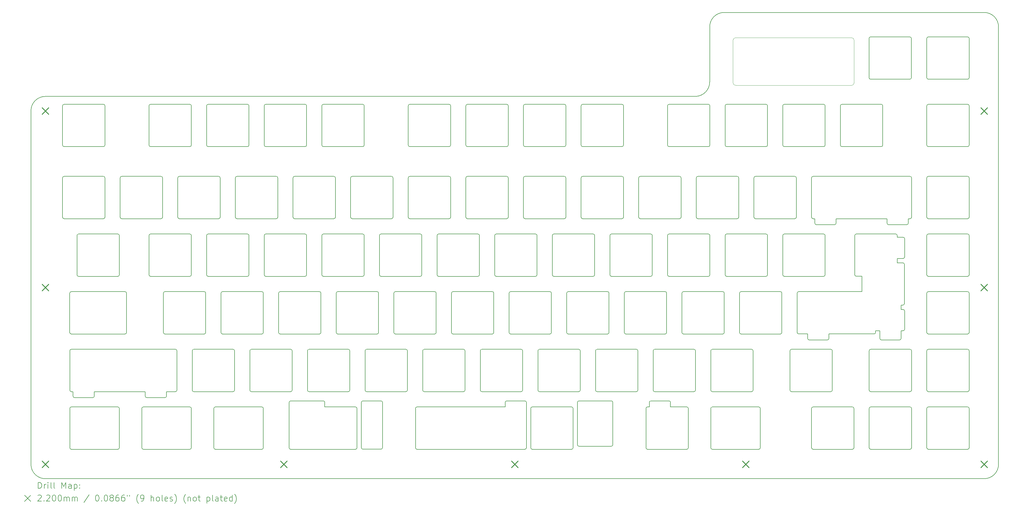
<source format=gbr>
%TF.GenerationSoftware,KiCad,Pcbnew,7.0.2-0*%
%TF.CreationDate,2023-09-13T20:41:26+02:00*%
%TF.ProjectId,storre_plate,73746f72-7265-45f7-906c-6174652e6b69,rev?*%
%TF.SameCoordinates,Original*%
%TF.FileFunction,Drillmap*%
%TF.FilePolarity,Positive*%
%FSLAX45Y45*%
G04 Gerber Fmt 4.5, Leading zero omitted, Abs format (unit mm)*
G04 Created by KiCad (PCBNEW 7.0.2-0) date 2023-09-13 20:41:26*
%MOMM*%
%LPD*%
G01*
G04 APERTURE LIST*
%ADD10C,0.200000*%
%ADD11C,0.050000*%
%ADD12C,0.150000*%
%ADD13C,0.220000*%
G04 APERTURE END LIST*
D10*
X29792640Y-8598110D02*
G75*
G03*
X29842640Y-8548110I0J50000D01*
G01*
X19870140Y-10453110D02*
G75*
G03*
X19920140Y-10503110I50010J10D01*
G01*
X27063890Y-14818110D02*
G75*
G03*
X27013890Y-14868110I0J-50000D01*
G01*
X23651390Y-11058110D02*
X23651390Y-12358110D01*
X27966390Y-12358110D02*
G75*
G03*
X28016390Y-12408110I50010J10D01*
G01*
X31697640Y-16218110D02*
G75*
G03*
X31747640Y-16168110I0J50000D01*
G01*
X29683265Y-12913110D02*
X30983265Y-12913110D01*
X34157640Y-12358110D02*
G75*
G03*
X34207640Y-12408110I50010J10D01*
G01*
X17410140Y-10503110D02*
G75*
G03*
X17460140Y-10453110I0J50000D01*
G01*
X25506390Y-12408110D02*
G75*
G03*
X25556390Y-12358110I0J50000D01*
G01*
X17062640Y-4816860D02*
X18362640Y-4816860D01*
X29871800Y-12357080D02*
G75*
G03*
X29921795Y-12407080I50000J0D01*
G01*
X33364920Y-11454580D02*
G75*
G03*
X33414920Y-11404580I0J50000D01*
G01*
X25982640Y-8598110D02*
G75*
G03*
X26032640Y-8548110I0J50000D01*
G01*
X16110815Y-14618110D02*
X15510815Y-14618110D01*
X21825140Y-10503110D02*
X23125140Y-10503110D01*
X12300140Y-9103110D02*
X13600140Y-9103110D01*
D11*
X31674020Y-2617250D02*
X27849020Y-2617250D01*
D10*
X32893940Y-8798110D02*
X33493940Y-8798110D01*
X12250140Y-6166860D02*
G75*
G03*
X12300140Y-6216860I50000J0D01*
G01*
X29633270Y-14263110D02*
G75*
G03*
X29683265Y-14313110I50010J10D01*
G01*
X18441390Y-12358110D02*
G75*
G03*
X18491390Y-12408110I50010J10D01*
G01*
X19315140Y-10503110D02*
G75*
G03*
X19365140Y-10453110I0J50000D01*
G01*
X33424490Y-9260780D02*
G75*
G03*
X33374484Y-9210780I-50010J-10D01*
G01*
X6932640Y-8598110D02*
G75*
G03*
X6982640Y-8548110I0J50000D01*
G01*
X32650140Y-6216860D02*
G75*
G03*
X32700140Y-6166860I0J50000D01*
G01*
X14076390Y-12408110D02*
G75*
G03*
X14126390Y-12358110I0J50000D01*
G01*
X30918620Y-12407080D02*
X30918620Y-12557080D01*
X13650140Y-4866860D02*
G75*
G03*
X13600140Y-4816860I-50000J0D01*
G01*
X5632640Y-7198110D02*
G75*
G03*
X5582640Y-7248110I0J-50000D01*
G01*
X35507640Y-16218110D02*
G75*
G03*
X35557640Y-16168110I0J50000D01*
G01*
X11347640Y-7198110D02*
G75*
G03*
X11297640Y-7248110I0J-50000D01*
G01*
X22698890Y-12963110D02*
X22698890Y-14263110D01*
X15157640Y-8598110D02*
X16457640Y-8598110D01*
X27540140Y-4816860D02*
X28840140Y-4816860D01*
X14155140Y-6166860D02*
G75*
G03*
X14205140Y-6216860I50000J0D01*
G01*
X11268890Y-12963110D02*
G75*
G03*
X11218890Y-12913110I-50000J0D01*
G01*
X30347640Y-16168110D02*
G75*
G03*
X30397640Y-16218110I50010J10D01*
G01*
X5632640Y-4816860D02*
X6932640Y-4816860D01*
X34207640Y-11008110D02*
X35507640Y-11008110D01*
X11745140Y-4866860D02*
X11745140Y-6166860D01*
X30347640Y-8548110D02*
G75*
G03*
X30397640Y-8598110I50010J10D01*
G01*
X21110765Y-14818105D02*
G75*
G03*
X21060765Y-14868110I5J-50005D01*
G01*
X30983265Y-14313115D02*
G75*
G03*
X31033265Y-14263110I-5J50005D01*
G01*
X30397640Y-16218110D02*
X31697640Y-16218110D01*
X6058890Y-10453110D02*
G75*
G03*
X6108890Y-10503110I50000J0D01*
G01*
X30456340Y-8598110D02*
X30456340Y-8748110D01*
X23175140Y-9153110D02*
G75*
G03*
X23125140Y-9103110I-50010J-10D01*
G01*
X29445140Y-4816860D02*
G75*
G03*
X29395140Y-4866860I0J-50000D01*
G01*
D12*
X5013940Y-4556740D02*
X26501440Y-4556740D01*
D10*
X8916390Y-12358110D02*
G75*
G03*
X8966390Y-12408110I50000J0D01*
G01*
X8252015Y-14818110D02*
X9790140Y-14818110D01*
X33646280Y-2639750D02*
X33646280Y-3939750D01*
X15157640Y-7198110D02*
X16457640Y-7198110D01*
X5582640Y-8548110D02*
G75*
G03*
X5632640Y-8598110I50000J0D01*
G01*
X27461390Y-11058110D02*
G75*
G03*
X27411390Y-11008110I-50010J-10D01*
G01*
X5820360Y-11058110D02*
X5820360Y-12358110D01*
X24127640Y-7248110D02*
G75*
G03*
X24077640Y-7198110I-50010J-10D01*
G01*
X19443890Y-14313110D02*
X20743890Y-14313110D01*
X18441390Y-11058110D02*
X18441390Y-12358110D01*
X20793890Y-12963110D02*
X20793890Y-14263110D01*
X25030140Y-10503110D02*
G75*
G03*
X25080140Y-10453110I0J50000D01*
G01*
X27490140Y-9153110D02*
X27490140Y-10453110D01*
X21775140Y-10453110D02*
G75*
G03*
X21825140Y-10503110I50010J10D01*
G01*
X17300765Y-16218110D02*
X20866965Y-16218110D01*
X12726390Y-11058110D02*
X12726390Y-12358110D01*
X16586390Y-11008110D02*
X17886390Y-11008110D01*
X8916390Y-11058110D02*
X8916390Y-12358110D01*
X21220140Y-10503110D02*
G75*
G03*
X21270140Y-10453110I0J50000D01*
G01*
X27540140Y-9103110D02*
X28840140Y-9103110D01*
X25556390Y-11058110D02*
G75*
G03*
X25506390Y-11008110I-50010J-10D01*
G01*
X32412420Y-12407080D02*
G75*
G03*
X32462420Y-12357080I0J50000D01*
G01*
X9840140Y-14868110D02*
X9840140Y-16168110D01*
X29445140Y-6216860D02*
X30745140Y-6216860D01*
X31033265Y-12963110D02*
X31033265Y-14263110D01*
X23727015Y-16118110D02*
X22654565Y-16118110D01*
X25080140Y-9153110D02*
G75*
G03*
X25030140Y-9103110I-50010J-10D01*
G01*
X25080140Y-9153110D02*
X25080140Y-10453110D01*
X22727640Y-8548110D02*
G75*
G03*
X22777640Y-8598110I50010J10D01*
G01*
X9790140Y-10503110D02*
G75*
G03*
X9840140Y-10453110I0J50000D01*
G01*
X5870360Y-11008110D02*
X7647015Y-11008110D01*
X34207640Y-16218110D02*
X35507640Y-16218110D01*
X28890140Y-4866860D02*
G75*
G03*
X28840140Y-4816860I-50010J-10D01*
G01*
X6982640Y-7248110D02*
X6982640Y-8548110D01*
D11*
X27749020Y-4092250D02*
G75*
G03*
X27849020Y-4192250I100000J0D01*
G01*
D10*
X15028890Y-14313110D02*
G75*
G03*
X15078890Y-14263110I0J50000D01*
G01*
X25635140Y-9103110D02*
G75*
G03*
X25585140Y-9153110I0J-50000D01*
G01*
X32252640Y-16168110D02*
G75*
G03*
X32302640Y-16218110I50010J10D01*
G01*
X33652640Y-14868110D02*
X33652640Y-16168110D01*
X17300765Y-14818110D02*
X20216965Y-14818110D01*
X13073210Y-16168110D02*
G75*
G03*
X13123215Y-16218110I50010J10D01*
G01*
X14631390Y-12358110D02*
G75*
G03*
X14681390Y-12408110I50000J0D01*
G01*
X15267015Y-16218105D02*
G75*
G03*
X15317015Y-16168110I5J49995D01*
G01*
X30347640Y-14868110D02*
X30347640Y-16168110D01*
X8440140Y-4866860D02*
X8440140Y-6166860D01*
X35557640Y-9153110D02*
G75*
G03*
X35507640Y-9103110I-50010J-10D01*
G01*
X30795140Y-4866860D02*
X30795140Y-6166860D01*
X9918890Y-14313110D02*
X11218890Y-14313110D01*
X9392640Y-7248110D02*
X9392640Y-8548110D01*
X5820360Y-12358110D02*
G75*
G03*
X5870360Y-12408110I50000J0D01*
G01*
X18015140Y-10503110D02*
X19315140Y-10503110D01*
X33602640Y-14313110D02*
G75*
G03*
X33652640Y-14263110I0J50000D01*
G01*
X25556390Y-11058110D02*
X25556390Y-12358110D01*
X32252640Y-14868110D02*
X32252640Y-16168110D01*
X31826795Y-10502080D02*
X32014920Y-10502080D01*
X30795140Y-9153110D02*
G75*
G03*
X30745140Y-9103110I-50010J-10D01*
G01*
X33306220Y-12298380D02*
X33306220Y-12557080D01*
X8966390Y-11008110D02*
X10266390Y-11008110D01*
X27937640Y-7248110D02*
X27937640Y-8548110D01*
X29395140Y-6166860D02*
G75*
G03*
X29445140Y-6216860I50010J10D01*
G01*
X28652015Y-14868110D02*
X28652015Y-16168110D01*
X24206390Y-11008110D02*
G75*
G03*
X24156390Y-11058110I0J-50000D01*
G01*
X17250765Y-14868110D02*
X17250765Y-16168110D01*
X14681390Y-11008110D02*
G75*
G03*
X14631390Y-11058110I0J-50000D01*
G01*
X23727015Y-16118115D02*
G75*
G03*
X23777015Y-16068110I-5J50005D01*
G01*
X27013890Y-12963110D02*
X27013890Y-14263110D01*
X34157640Y-4866860D02*
X34157640Y-6166860D01*
X15078890Y-12963110D02*
X15078890Y-14263110D01*
X5632640Y-4816860D02*
G75*
G03*
X5582640Y-4866860I0J-50000D01*
G01*
X25585140Y-4866860D02*
X25585140Y-6166860D01*
X20317640Y-4866860D02*
G75*
G03*
X20267640Y-4816860I-50010J-10D01*
G01*
D12*
X26978940Y-4079240D02*
X26978940Y-2259550D01*
D10*
X5582640Y-6166860D02*
G75*
G03*
X5632640Y-6216860I50000J0D01*
G01*
X5820770Y-16168110D02*
G75*
G03*
X5870765Y-16218110I50000J0D01*
G01*
X33652640Y-14868110D02*
G75*
G03*
X33602640Y-14818110I-50010J-10D01*
G01*
X9918890Y-12913110D02*
G75*
G03*
X9868890Y-12963110I0J-50000D01*
G01*
X21110765Y-16218110D02*
X22410765Y-16218110D01*
X30397640Y-14818110D02*
G75*
G03*
X30347640Y-14868110I0J-50000D01*
G01*
X22301390Y-12408110D02*
X23601390Y-12408110D01*
X34207640Y-7198110D02*
G75*
G03*
X34157640Y-7248110I0J-50000D01*
G01*
X20872640Y-6216860D02*
X22172640Y-6216860D01*
X32302640Y-14818110D02*
G75*
G03*
X32252640Y-14868110I0J-50000D01*
G01*
X21270140Y-9153110D02*
G75*
G03*
X21220140Y-9103110I-50010J-10D01*
G01*
X21825140Y-9103110D02*
X23125140Y-9103110D01*
X13202640Y-7248110D02*
X13202640Y-8548110D01*
X20317640Y-7248110D02*
G75*
G03*
X20267640Y-7198110I-50010J-10D01*
G01*
X8967065Y-14513105D02*
G75*
G03*
X9017065Y-14463110I5J49995D01*
G01*
X25635140Y-9103110D02*
X26935140Y-9103110D01*
X8887640Y-7248110D02*
G75*
G03*
X8837640Y-7198110I-50000J0D01*
G01*
X23253890Y-12913110D02*
G75*
G03*
X23203890Y-12963110I0J-50000D01*
G01*
X27063890Y-14818110D02*
X28602015Y-14818110D01*
X33652640Y-12963110D02*
G75*
G03*
X33602640Y-12913110I-50010J-10D01*
G01*
X21746390Y-11058110D02*
X21746390Y-12358110D01*
X13600140Y-6216860D02*
G75*
G03*
X13650140Y-6166860I0J50000D01*
G01*
X23175140Y-9153110D02*
X23175140Y-10453110D01*
X21298890Y-14263110D02*
G75*
G03*
X21348890Y-14313110I50010J10D01*
G01*
X18491390Y-11008110D02*
G75*
G03*
X18441390Y-11058110I0J-50000D01*
G01*
X26537640Y-8548110D02*
G75*
G03*
X26587640Y-8598110I50010J10D01*
G01*
X16507640Y-7248110D02*
G75*
G03*
X16457640Y-7198110I-50000J0D01*
G01*
X8252015Y-16218110D02*
X9790140Y-16218110D01*
X18362640Y-6216860D02*
G75*
G03*
X18412640Y-6166860I0J50000D01*
G01*
X33602640Y-8598110D02*
G75*
G03*
X33652640Y-8548110I0J50000D01*
G01*
X16983890Y-12963110D02*
X16983890Y-14263110D01*
X29445140Y-9103110D02*
G75*
G03*
X29395140Y-9153110I0J-50000D01*
G01*
X33425080Y-11648380D02*
X33425080Y-12248380D01*
X15633890Y-12913110D02*
X16933890Y-12913110D01*
X22648890Y-14313110D02*
G75*
G03*
X22698890Y-14263110I0J50000D01*
G01*
X25585140Y-10453110D02*
G75*
G03*
X25635140Y-10503110I50010J10D01*
G01*
X19791390Y-12408110D02*
G75*
G03*
X19841390Y-12358110I0J50000D01*
G01*
X27411390Y-12408110D02*
G75*
G03*
X27461390Y-12358110I0J50000D01*
G01*
X29842640Y-7248110D02*
G75*
G03*
X29792640Y-7198110I-50010J-10D01*
G01*
X5870765Y-16218110D02*
X7408890Y-16218110D01*
X17062640Y-6216860D02*
X18362640Y-6216860D01*
X11745140Y-4866860D02*
G75*
G03*
X11695140Y-4816860I-50000J0D01*
G01*
X22251390Y-11058110D02*
X22251390Y-12358110D01*
X18917640Y-8548110D02*
G75*
G03*
X18967640Y-8598110I50010J10D01*
G01*
X30397640Y-8598110D02*
X30456340Y-8598110D01*
X17965140Y-10453110D02*
G75*
G03*
X18015140Y-10503110I50000J0D01*
G01*
X21110765Y-14818110D02*
X22410765Y-14818110D01*
X33652640Y-7248110D02*
X33652640Y-8548110D01*
X23777015Y-16068110D02*
X23777015Y-14668110D01*
X6982640Y-4866860D02*
X6982640Y-6166860D01*
X8490140Y-9103110D02*
G75*
G03*
X8440140Y-9153110I0J-50000D01*
G01*
X20872640Y-4816860D02*
G75*
G03*
X20822640Y-4866860I0J-50000D01*
G01*
X13728890Y-12913110D02*
X15028890Y-12913110D01*
X14202640Y-14618110D02*
X13123215Y-14618110D01*
X12221390Y-11058110D02*
G75*
G03*
X12171390Y-11008110I-50000J0D01*
G01*
X15633890Y-14313110D02*
X16933890Y-14313110D01*
X34207640Y-14818110D02*
X35507640Y-14818110D01*
X29921795Y-11007075D02*
G75*
G03*
X29871795Y-11057080I5J-50005D01*
G01*
X34207640Y-10503110D02*
X35507640Y-10503110D01*
X31350140Y-6216860D02*
X32650140Y-6216860D01*
X12300140Y-10503110D02*
X13600140Y-10503110D01*
X28413890Y-12963110D02*
G75*
G03*
X28363890Y-12913110I-50010J-10D01*
G01*
X34157640Y-2639750D02*
X34157640Y-3939750D01*
X28016390Y-12408110D02*
X29316390Y-12408110D01*
X27887640Y-8598110D02*
G75*
G03*
X27937640Y-8548110I0J50000D01*
G01*
X30347640Y-7248110D02*
X30347640Y-8548110D01*
X15583890Y-12963110D02*
X15583890Y-14263110D01*
X26061390Y-11058110D02*
X26061390Y-12358110D01*
X33375080Y-12298380D02*
G75*
G03*
X33425080Y-12248380I0J50000D01*
G01*
X11297640Y-7248110D02*
X11297640Y-8548110D01*
X19365140Y-9153110D02*
X19365140Y-10453110D01*
X27540140Y-6216860D02*
X28840140Y-6216860D01*
X28016390Y-11008110D02*
X29316390Y-11008110D01*
X14126390Y-11058110D02*
G75*
G03*
X14076390Y-11008110I-50000J0D01*
G01*
X17936390Y-11058110D02*
G75*
G03*
X17886390Y-11008110I-50000J0D01*
G01*
X20743890Y-14313110D02*
G75*
G03*
X20793890Y-14263110I0J50000D01*
G01*
X34207640Y-4816860D02*
G75*
G03*
X34157640Y-4866860I0J-50000D01*
G01*
X5632640Y-8598110D02*
X6932640Y-8598110D01*
X26270760Y-14868110D02*
G75*
G03*
X26220765Y-14818110I-50010J-10D01*
G01*
X19393890Y-12963110D02*
X19393890Y-14263110D01*
X27490140Y-4866860D02*
X27490140Y-6166860D01*
X35557640Y-4866860D02*
X35557640Y-6166860D01*
X11297640Y-8548110D02*
G75*
G03*
X11347640Y-8598110I50000J0D01*
G01*
X19870140Y-9153110D02*
X19870140Y-10453110D01*
X10742640Y-8598110D02*
G75*
G03*
X10792640Y-8548110I0J50000D01*
G01*
X11823890Y-12913110D02*
G75*
G03*
X11773890Y-12963110I0J-50000D01*
G01*
X15555140Y-9153110D02*
G75*
G03*
X15505140Y-9103110I-50000J0D01*
G01*
X27461390Y-11058110D02*
X27461390Y-12358110D01*
X32606220Y-12298380D02*
X32462420Y-12298380D01*
X26985140Y-4866860D02*
X26985140Y-6166860D01*
X18412640Y-4866860D02*
X18412640Y-6166860D01*
X34207640Y-4816860D02*
X35507640Y-4816860D01*
X21298890Y-12963110D02*
X21298890Y-14263110D01*
X13650140Y-9153110D02*
X13650140Y-10453110D01*
X16060140Y-9153110D02*
X16060140Y-10453110D01*
D12*
X36051440Y-1782050D02*
X27456440Y-1782050D01*
D10*
X18412640Y-7248110D02*
X18412640Y-8548110D01*
X34207640Y-9103110D02*
X35507640Y-9103110D01*
X35557640Y-14868110D02*
G75*
G03*
X35507640Y-14818110I-50010J-10D01*
G01*
X9840140Y-4866860D02*
X9840140Y-6166860D01*
X6932640Y-6216860D02*
G75*
G03*
X6982640Y-6166860I0J50000D01*
G01*
X16110140Y-9103110D02*
G75*
G03*
X16060140Y-9153110I0J-50000D01*
G01*
X24632640Y-7248110D02*
X24632640Y-8548110D01*
X10395140Y-9103110D02*
X11695140Y-9103110D01*
X7537640Y-7198110D02*
X8837640Y-7198110D01*
X35507640Y-3989750D02*
G75*
G03*
X35557640Y-3939750I0J50000D01*
G01*
X8966390Y-12408110D02*
X10266390Y-12408110D01*
X6108890Y-9103110D02*
G75*
G03*
X6058890Y-9153110I0J-50000D01*
G01*
X22172640Y-8598110D02*
G75*
G03*
X22222640Y-8548110I0J50000D01*
G01*
X34157640Y-7248110D02*
X34157640Y-8548110D01*
X8440140Y-6166860D02*
G75*
G03*
X8490140Y-6216860I50000J0D01*
G01*
X16110815Y-16215345D02*
G75*
G03*
X16160815Y-16165340I-5J50005D01*
G01*
X15460820Y-16165340D02*
G75*
G03*
X15510815Y-16215340I50000J0D01*
G01*
X17965140Y-9153110D02*
X17965140Y-10453110D01*
X18917640Y-7248110D02*
X18917640Y-8548110D01*
X22777640Y-7198110D02*
X24077640Y-7198110D01*
X30268620Y-12607080D02*
X30868620Y-12607080D01*
X23651390Y-11058110D02*
G75*
G03*
X23601390Y-11008110I-50010J-10D01*
G01*
X35507640Y-10503110D02*
G75*
G03*
X35557640Y-10453110I0J50000D01*
G01*
X30506340Y-8798110D02*
X31106340Y-8798110D01*
X13123890Y-14313110D02*
G75*
G03*
X13173890Y-14263110I0J50000D01*
G01*
X33543940Y-8598110D02*
X33602640Y-8598110D01*
X6579465Y-14513105D02*
G75*
G03*
X6629465Y-14463110I5J49995D01*
G01*
X13252640Y-7198110D02*
X14552640Y-7198110D01*
D12*
X36051440Y-17190700D02*
X5013940Y-17190700D01*
D10*
X13678890Y-14263110D02*
G75*
G03*
X13728890Y-14313110I50000J0D01*
G01*
X10266390Y-12408110D02*
G75*
G03*
X10316390Y-12358110I0J50000D01*
G01*
X15460815Y-16165340D02*
X15460815Y-14668110D01*
X10583265Y-14868110D02*
X10583265Y-16168110D01*
X21270140Y-9153110D02*
X21270140Y-10453110D01*
X14205140Y-4816860D02*
X15505140Y-4816860D01*
X20216965Y-14818110D02*
X20216965Y-14668110D01*
X6982640Y-4866860D02*
G75*
G03*
X6932640Y-4816860I-50000J0D01*
G01*
X16933890Y-14313110D02*
G75*
G03*
X16983890Y-14263110I0J50000D01*
G01*
X31826795Y-9102075D02*
G75*
G03*
X31776795Y-9152080I5J-50005D01*
G01*
D12*
X4536440Y-16713200D02*
G75*
G03*
X5013940Y-17190700I477500J0D01*
G01*
D10*
X24127640Y-7248110D02*
X24127640Y-8548110D01*
X34207640Y-12913110D02*
X35507640Y-12913110D01*
X14681390Y-11008110D02*
X15981390Y-11008110D01*
X13252640Y-7198110D02*
G75*
G03*
X13202640Y-7248110I0J-50000D01*
G01*
X28442640Y-7248110D02*
X28442640Y-8548110D01*
X29366390Y-11058110D02*
X29366390Y-12358110D01*
X26587640Y-7198110D02*
X27887640Y-7198110D01*
X35557640Y-7248110D02*
G75*
G03*
X35507640Y-7198110I-50010J-10D01*
G01*
X17538890Y-14313110D02*
X18838890Y-14313110D01*
X13173890Y-12963110D02*
X13173890Y-14263110D01*
X15505140Y-6216860D02*
G75*
G03*
X15555140Y-6166860I0J50000D01*
G01*
X14205140Y-6216860D02*
X15505140Y-6216860D01*
X14602640Y-7248110D02*
G75*
G03*
X14552640Y-7198110I-50000J0D01*
G01*
X18888890Y-12963110D02*
G75*
G03*
X18838890Y-12913110I-50010J-10D01*
G01*
X21348890Y-12913110D02*
G75*
G03*
X21298890Y-12963110I0J-50000D01*
G01*
X10345140Y-9153110D02*
X10345140Y-10453110D01*
X12697640Y-7248110D02*
G75*
G03*
X12647640Y-7198110I-50000J0D01*
G01*
X34157640Y-16168110D02*
G75*
G03*
X34207640Y-16218110I50010J10D01*
G01*
X33176795Y-9152080D02*
X33176795Y-9210780D01*
X5870765Y-12913105D02*
G75*
G03*
X5820765Y-12963110I5J-50005D01*
G01*
X23680140Y-10453110D02*
G75*
G03*
X23730140Y-10503110I50010J10D01*
G01*
X28413890Y-12963110D02*
X28413890Y-14263110D01*
D12*
X26501440Y-4556740D02*
G75*
G03*
X26978940Y-4079240I0J477500D01*
G01*
D10*
X28890140Y-9153110D02*
G75*
G03*
X28840140Y-9103110I-50010J-10D01*
G01*
X19841390Y-11058110D02*
X19841390Y-12358110D01*
X17012640Y-8548110D02*
G75*
G03*
X17062640Y-8598110I50000J0D01*
G01*
X29683265Y-14313110D02*
X30983265Y-14313110D01*
X11268890Y-12963110D02*
X11268890Y-14263110D01*
X9868890Y-12963110D02*
X9868890Y-14263110D01*
X5632640Y-7198110D02*
X6932640Y-7198110D01*
X21825140Y-9103110D02*
G75*
G03*
X21775140Y-9153110I0J-50000D01*
G01*
X7647015Y-12408105D02*
G75*
G03*
X7697015Y-12358110I5J49995D01*
G01*
X18491390Y-11008110D02*
X19791390Y-11008110D01*
X33256220Y-12607080D02*
G75*
G03*
X33306220Y-12557080I0J50000D01*
G01*
X8440140Y-10453110D02*
G75*
G03*
X8490140Y-10503110I50000J0D01*
G01*
X19920140Y-10503110D02*
X21220140Y-10503110D01*
X16110140Y-10503110D02*
X17410140Y-10503110D01*
X8887640Y-7248110D02*
X8887640Y-8548110D01*
X17488890Y-14263110D02*
G75*
G03*
X17538890Y-14313110I50000J0D01*
G01*
X34207640Y-14313110D02*
X35507640Y-14313110D01*
X7697020Y-11058110D02*
G75*
G03*
X7647015Y-11008110I-50010J-10D01*
G01*
X5582640Y-4866860D02*
X5582640Y-6166860D01*
X14252640Y-14668110D02*
G75*
G03*
X14202640Y-14618110I-50000J0D01*
G01*
X12776390Y-11008110D02*
G75*
G03*
X12726390Y-11058110I0J-50000D01*
G01*
X32252640Y-12963110D02*
X32252640Y-14263110D01*
X32302640Y-14313110D02*
X33602640Y-14313110D01*
X34157640Y-6166860D02*
G75*
G03*
X34207640Y-6216860I50010J10D01*
G01*
X35557640Y-4866860D02*
G75*
G03*
X35507640Y-4816860I-50010J-10D01*
G01*
X26508890Y-12963110D02*
X26508890Y-14263110D01*
D11*
X31749020Y-2692250D02*
G75*
G03*
X31674020Y-2617250I-75000J0D01*
G01*
D10*
X23203890Y-14263110D02*
G75*
G03*
X23253890Y-14313110I50010J10D01*
G01*
X29316390Y-12408110D02*
G75*
G03*
X29366390Y-12358110I0J50000D01*
G01*
X18888890Y-12963110D02*
X18888890Y-14263110D01*
X8490140Y-4816860D02*
G75*
G03*
X8440140Y-4866860I0J-50000D01*
G01*
X7458890Y-14868110D02*
X7458890Y-16168110D01*
X20346390Y-12358110D02*
G75*
G03*
X20396390Y-12408110I50010J10D01*
G01*
X16031390Y-11058110D02*
G75*
G03*
X15981390Y-11008110I-50000J0D01*
G01*
X31033260Y-12963110D02*
G75*
G03*
X30983265Y-12913110I-50010J-10D01*
G01*
X30795140Y-9153110D02*
X30795140Y-10453110D01*
X32700140Y-4866860D02*
X32700140Y-6166860D01*
X10871390Y-11008110D02*
X12171390Y-11008110D01*
X8440140Y-9153110D02*
X8440140Y-10453110D01*
X18491390Y-12408110D02*
X19791390Y-12408110D01*
X30745140Y-10503110D02*
G75*
G03*
X30795140Y-10453110I0J50000D01*
G01*
X31300140Y-4866860D02*
X31300140Y-6166860D01*
X7537640Y-8598110D02*
X8837640Y-8598110D01*
X30218620Y-12557080D02*
G75*
G03*
X30268620Y-12607080I50020J20D01*
G01*
X35507640Y-8598110D02*
G75*
G03*
X35557640Y-8548110I0J50000D01*
G01*
X5979465Y-14513110D02*
X6579465Y-14513110D01*
X24603890Y-12963110D02*
X24603890Y-14263110D01*
X35557640Y-12963110D02*
X35557640Y-14263110D01*
X35557640Y-11058110D02*
G75*
G03*
X35507640Y-11008110I-50010J-10D01*
G01*
X17250760Y-16168110D02*
G75*
G03*
X17300765Y-16218110I50010J10D01*
G01*
X24077640Y-6216860D02*
G75*
G03*
X24127640Y-6166860I0J50000D01*
G01*
X10395140Y-9103110D02*
G75*
G03*
X10345140Y-9153110I0J-50000D01*
G01*
X17488890Y-12963110D02*
X17488890Y-14263110D01*
X34207640Y-6216860D02*
X35507640Y-6216860D01*
X26935140Y-6216860D02*
G75*
G03*
X26985140Y-6166860I0J50000D01*
G01*
X14681390Y-12408110D02*
X15981390Y-12408110D01*
X26458890Y-14313110D02*
G75*
G03*
X26508890Y-14263110I0J50000D01*
G01*
X25585140Y-6166860D02*
G75*
G03*
X25635140Y-6216860I50010J10D01*
G01*
X33425080Y-11648380D02*
G75*
G03*
X33375080Y-11598380I-50020J-20D01*
G01*
X30397640Y-14818110D02*
X31697640Y-14818110D01*
X15633890Y-12913110D02*
G75*
G03*
X15583890Y-12963110I0J-50000D01*
G01*
X27966390Y-11058110D02*
X27966390Y-12358110D01*
X27490140Y-10453110D02*
G75*
G03*
X27540140Y-10503110I50010J10D01*
G01*
X28363890Y-14313110D02*
G75*
G03*
X28413890Y-14263110I0J50000D01*
G01*
X27540140Y-4816860D02*
G75*
G03*
X27490140Y-4866860I0J-50000D01*
G01*
X31776800Y-10452080D02*
G75*
G03*
X31826795Y-10502080I50000J0D01*
G01*
X19920140Y-9103110D02*
G75*
G03*
X19870140Y-9153110I0J-50000D01*
G01*
D12*
X36051440Y-17190700D02*
G75*
G03*
X36528940Y-16713200I0J477500D01*
G01*
X36528940Y-16713200D02*
X36528940Y-2259550D01*
D10*
X18412640Y-4866860D02*
G75*
G03*
X18362640Y-4816860I-50010J-10D01*
G01*
X16110140Y-9103110D02*
X17410140Y-9103110D01*
X22727640Y-6166860D02*
G75*
G03*
X22777640Y-6216860I50010J10D01*
G01*
X31747640Y-14868110D02*
G75*
G03*
X31697640Y-14818110I-50010J-10D01*
G01*
X12300140Y-9103110D02*
G75*
G03*
X12250140Y-9153110I0J-50000D01*
G01*
X22777640Y-4816860D02*
G75*
G03*
X22727640Y-4866860I0J-50000D01*
G01*
X24077640Y-8598110D02*
G75*
G03*
X24127640Y-8548110I0J50000D01*
G01*
X5870765Y-14818105D02*
G75*
G03*
X5820765Y-14868110I5J-50005D01*
G01*
X29633265Y-12963110D02*
X29633265Y-14263110D01*
X17936390Y-11058110D02*
X17936390Y-12358110D01*
X20396390Y-11008110D02*
G75*
G03*
X20346390Y-11058110I0J-50000D01*
G01*
X15078890Y-12963110D02*
G75*
G03*
X15028890Y-12913110I-50000J0D01*
G01*
X26537640Y-7248110D02*
X26537640Y-8548110D01*
X5582640Y-7248110D02*
X5582640Y-8548110D01*
X14602640Y-7248110D02*
X14602640Y-8548110D01*
X32246280Y-3939750D02*
G75*
G03*
X32296280Y-3989750I50010J10D01*
G01*
X22172640Y-6216860D02*
G75*
G03*
X22222640Y-6166860I0J50000D01*
G01*
X32302640Y-12913110D02*
G75*
G03*
X32252640Y-12963110I0J-50000D01*
G01*
X33375080Y-11598380D02*
X33306220Y-11598380D01*
X16536390Y-11058110D02*
X16536390Y-12358110D01*
X17460140Y-9153110D02*
G75*
G03*
X17410140Y-9103110I-50000J0D01*
G01*
X17012640Y-4866860D02*
X17012640Y-6166860D01*
X23125140Y-10503110D02*
G75*
G03*
X23175140Y-10453110I0J50000D01*
G01*
X26985140Y-4866860D02*
G75*
G03*
X26935140Y-4816860I-50010J-10D01*
G01*
X25108890Y-12963110D02*
X25108890Y-14263110D01*
X27540140Y-10503110D02*
X28840140Y-10503110D01*
X29871795Y-11057080D02*
X29871795Y-12357080D01*
X10792640Y-7248110D02*
G75*
G03*
X10742640Y-7198110I-50000J0D01*
G01*
X10633265Y-14818110D02*
X12171390Y-14818110D01*
X14155140Y-4866860D02*
X14155140Y-6166860D01*
X22222640Y-4866860D02*
G75*
G03*
X22172640Y-4816860I-50010J-10D01*
G01*
X33374484Y-9910784D02*
G75*
G03*
X33424484Y-9860780I6J49994D01*
G01*
X13678890Y-12963110D02*
X13678890Y-14263110D01*
X26111390Y-11008110D02*
G75*
G03*
X26061390Y-11058110I0J-50000D01*
G01*
X29445140Y-9103110D02*
X30745140Y-9103110D01*
X19841390Y-11058110D02*
G75*
G03*
X19791390Y-11008110I-50010J-10D01*
G01*
X5870765Y-14313110D02*
X5929465Y-14313110D01*
X34157640Y-8548110D02*
G75*
G03*
X34207640Y-8598110I50010J10D01*
G01*
X26587640Y-8598110D02*
X27887640Y-8598110D01*
X6629465Y-14313110D02*
X6629465Y-14463110D01*
X17012640Y-7248110D02*
X17012640Y-8548110D01*
X24603890Y-12963110D02*
G75*
G03*
X24553890Y-12913110I-50010J-10D01*
G01*
X14155140Y-9153110D02*
X14155140Y-10453110D01*
X10395140Y-4816860D02*
X11695140Y-4816860D01*
X20317640Y-7248110D02*
X20317640Y-8548110D01*
X12250140Y-4866860D02*
X12250140Y-6166860D01*
X18362640Y-8598110D02*
G75*
G03*
X18412640Y-8548110I0J50000D01*
G01*
X12171390Y-16218110D02*
G75*
G03*
X12221390Y-16168110I0J50000D01*
G01*
X17062640Y-8598110D02*
X18362640Y-8598110D01*
X29395140Y-10453110D02*
G75*
G03*
X29445140Y-10503110I50010J10D01*
G01*
X6629465Y-14313110D02*
X8317065Y-14313110D01*
X22777640Y-4816860D02*
X24077640Y-4816860D01*
X29445140Y-10503110D02*
X30745140Y-10503110D01*
X30218620Y-12407080D02*
X30218620Y-12557080D01*
X12250140Y-10453110D02*
G75*
G03*
X12300140Y-10503110I50000J0D01*
G01*
X22251390Y-12358110D02*
G75*
G03*
X22301390Y-12408110I50010J10D01*
G01*
X21060765Y-14868110D02*
X21060765Y-16168110D01*
X14205140Y-9103110D02*
G75*
G03*
X14155140Y-9153110I0J-50000D01*
G01*
X18917640Y-6166860D02*
G75*
G03*
X18967640Y-6216860I50010J10D01*
G01*
X34207640Y-11008110D02*
G75*
G03*
X34157640Y-11058110I0J-50000D01*
G01*
X20822640Y-6166860D02*
G75*
G03*
X20872640Y-6216860I50010J10D01*
G01*
X33375080Y-12298380D02*
X33306220Y-12298380D01*
X24632640Y-8548110D02*
G75*
G03*
X24682640Y-8598110I50010J10D01*
G01*
X25158890Y-14313110D02*
X26458890Y-14313110D01*
X27063890Y-12913110D02*
G75*
G03*
X27013890Y-12963110I0J-50000D01*
G01*
X24127640Y-4866860D02*
G75*
G03*
X24077640Y-4816860I-50010J-10D01*
G01*
X10583260Y-16168110D02*
G75*
G03*
X10633265Y-16218110I50010J10D01*
G01*
X32606220Y-12298380D02*
X32606220Y-12557080D01*
X11745140Y-9153110D02*
G75*
G03*
X11695140Y-9103110I-50000J0D01*
G01*
X20396390Y-11008110D02*
X21696390Y-11008110D01*
X26985140Y-9153110D02*
X26985140Y-10453110D01*
X25032640Y-14618110D02*
G75*
G03*
X24982640Y-14668110I0J-50000D01*
G01*
X25632640Y-14618110D02*
X25032640Y-14618110D01*
X17460140Y-9153110D02*
X17460140Y-10453110D01*
X25585140Y-9153110D02*
X25585140Y-10453110D01*
X12697640Y-7248110D02*
X12697640Y-8548110D01*
D12*
X36528940Y-2259550D02*
G75*
G03*
X36051440Y-1782050I-477500J0D01*
G01*
D10*
X22777640Y-7198110D02*
G75*
G03*
X22727640Y-7248110I0J-50000D01*
G01*
X5929470Y-14463110D02*
G75*
G03*
X5979465Y-14513110I50000J0D01*
G01*
X28840140Y-6216860D02*
G75*
G03*
X28890140Y-6166860I0J50000D01*
G01*
X30397640Y-7198110D02*
G75*
G03*
X30347640Y-7248110I0J-50000D01*
G01*
X28602015Y-16218115D02*
G75*
G03*
X28652015Y-16168110I-5J50005D01*
G01*
X30745140Y-6216860D02*
G75*
G03*
X30795140Y-6166860I0J50000D01*
G01*
X9790140Y-6216860D02*
G75*
G03*
X9840140Y-6166860I0J50000D01*
G01*
X22777640Y-6216860D02*
X24077640Y-6216860D01*
X13600140Y-10503110D02*
G75*
G03*
X13650140Y-10453110I0J50000D01*
G01*
X16060140Y-10453110D02*
G75*
G03*
X16110140Y-10503110I50000J0D01*
G01*
X5929465Y-14313110D02*
X5929465Y-14463110D01*
X33652640Y-7248110D02*
G75*
G03*
X33602640Y-7198110I-50010J-10D01*
G01*
X32296280Y-2589750D02*
X33596280Y-2589750D01*
X18838890Y-14313110D02*
G75*
G03*
X18888890Y-14263110I0J50000D01*
G01*
X17538890Y-12913110D02*
X18838890Y-12913110D01*
X22460760Y-14868110D02*
G75*
G03*
X22410765Y-14818110I-50010J-10D01*
G01*
D11*
X27849020Y-4192250D02*
X31674020Y-4192250D01*
D10*
X10316390Y-11058110D02*
G75*
G03*
X10266390Y-11008110I-50000J0D01*
G01*
X27013890Y-14263110D02*
G75*
G03*
X27063890Y-14313110I50010J10D01*
G01*
X32606220Y-12557080D02*
G75*
G03*
X32656220Y-12607080I50020J20D01*
G01*
X18412640Y-7248110D02*
G75*
G03*
X18362640Y-7198110I-50010J-10D01*
G01*
X20872640Y-7198110D02*
X22172640Y-7198110D01*
X17538890Y-12913110D02*
G75*
G03*
X17488890Y-12963110I0J-50000D01*
G01*
X10792640Y-7248110D02*
X10792640Y-8548110D01*
X24127640Y-4866860D02*
X24127640Y-6166860D01*
X13252640Y-8598110D02*
X14552640Y-8598110D01*
X32302640Y-12913110D02*
X33602640Y-12913110D01*
X8490140Y-9103110D02*
X9790140Y-9103110D01*
X7458890Y-9153110D02*
G75*
G03*
X7408890Y-9103110I-50000J0D01*
G01*
X27063890Y-12913110D02*
X28363890Y-12913110D01*
X12171390Y-12408110D02*
G75*
G03*
X12221390Y-12358110I0J50000D01*
G01*
X33414920Y-10104580D02*
X33414920Y-11404580D01*
X22654565Y-14618105D02*
G75*
G03*
X22604565Y-14668110I5J-50005D01*
G01*
X16586390Y-11008110D02*
G75*
G03*
X16536390Y-11058110I0J-50000D01*
G01*
X20317640Y-4866860D02*
X20317640Y-6166860D01*
X22727640Y-4866860D02*
X22727640Y-6166860D01*
X5870765Y-12913110D02*
X9313890Y-12913110D01*
X25635140Y-4816860D02*
G75*
G03*
X25585140Y-4866860I0J-50000D01*
G01*
X20267640Y-8598110D02*
G75*
G03*
X20317640Y-8548110I0J50000D01*
G01*
X32700140Y-4866860D02*
G75*
G03*
X32650140Y-4816860I-50010J-10D01*
G01*
X14126390Y-11058110D02*
X14126390Y-12358110D01*
X34207640Y-9103110D02*
G75*
G03*
X34157640Y-9153110I0J-50000D01*
G01*
D11*
X27849020Y-2617250D02*
G75*
G03*
X27749020Y-2717250I0J-100000D01*
G01*
D10*
X27063890Y-14313110D02*
X28363890Y-14313110D01*
X23601390Y-12408110D02*
G75*
G03*
X23651390Y-12358110I0J50000D01*
G01*
X9840140Y-4866860D02*
G75*
G03*
X9790140Y-4816860I-50000J0D01*
G01*
X33176790Y-9152080D02*
G75*
G03*
X33126795Y-9102080I-50000J0D01*
G01*
X5870765Y-14818110D02*
X7408890Y-14818110D01*
X8966390Y-11008110D02*
G75*
G03*
X8916390Y-11058110I0J-50000D01*
G01*
X19393890Y-14263110D02*
G75*
G03*
X19443890Y-14313110I50010J10D01*
G01*
X16160820Y-14668110D02*
G75*
G03*
X16110815Y-14618110I-50010J-10D01*
G01*
X23203890Y-12963110D02*
X23203890Y-14263110D01*
X5820765Y-14868110D02*
X5820765Y-16168110D01*
X28492640Y-7198110D02*
G75*
G03*
X28442640Y-7248110I0J-50000D01*
G01*
X33543940Y-8598110D02*
X33543940Y-8748110D01*
X15505140Y-10503110D02*
G75*
G03*
X15555140Y-10453110I0J50000D01*
G01*
X10316390Y-11058110D02*
X10316390Y-12358110D01*
X33364920Y-10054580D02*
X33176795Y-10054580D01*
X17062640Y-4816860D02*
G75*
G03*
X17012640Y-4866860I0J-50000D01*
G01*
X9840140Y-14868110D02*
G75*
G03*
X9790140Y-14818110I-50000J0D01*
G01*
X31350140Y-4816860D02*
G75*
G03*
X31300140Y-4866860I0J-50000D01*
G01*
X35557640Y-2639750D02*
X35557640Y-3939750D01*
X7408890Y-16218110D02*
G75*
G03*
X7458890Y-16168110I0J50000D01*
G01*
X9017065Y-14313110D02*
X9017065Y-14463110D01*
X15981390Y-12408110D02*
G75*
G03*
X16031390Y-12358110I0J50000D01*
G01*
X17062640Y-7198110D02*
G75*
G03*
X17012640Y-7248110I0J-50000D01*
G01*
X34157640Y-14868110D02*
X34157640Y-16168110D01*
X10871390Y-11008110D02*
G75*
G03*
X10821390Y-11058110I0J-50000D01*
G01*
X25635140Y-4816860D02*
X26935140Y-4816860D01*
X26061390Y-12358110D02*
G75*
G03*
X26111390Y-12408110I50010J10D01*
G01*
X11347640Y-8598110D02*
X12647640Y-8598110D01*
X14155140Y-10453110D02*
G75*
G03*
X14205140Y-10503110I50000J0D01*
G01*
X19443890Y-12913110D02*
X20743890Y-12913110D01*
X22222640Y-7248110D02*
X22222640Y-8548110D01*
X8367065Y-14513110D02*
X8967065Y-14513110D01*
X14631390Y-11058110D02*
X14631390Y-12358110D01*
X30868620Y-12607080D02*
G75*
G03*
X30918620Y-12557080I0J50000D01*
G01*
X18967640Y-7198110D02*
X20267640Y-7198110D01*
X12300140Y-4816860D02*
X13600140Y-4816860D01*
X23730140Y-9103110D02*
X25030140Y-9103110D01*
X31156340Y-8598110D02*
X31156340Y-8748110D01*
X9363890Y-12963110D02*
X9363890Y-14263110D01*
X20866965Y-16218115D02*
G75*
G03*
X20916965Y-16168110I-5J50005D01*
G01*
X14252640Y-14818110D02*
X14252640Y-14668110D01*
X12300140Y-6216860D02*
X13600140Y-6216860D01*
X15157640Y-7198110D02*
G75*
G03*
X15107640Y-7248110I0J-50000D01*
G01*
X26111390Y-11008110D02*
X27411390Y-11008110D01*
X12726390Y-12358110D02*
G75*
G03*
X12776390Y-12408110I50000J0D01*
G01*
X9442640Y-8598110D02*
X10742640Y-8598110D01*
X8317065Y-14313110D02*
X8317065Y-14463110D01*
X14205140Y-4816860D02*
G75*
G03*
X14155140Y-4866860I0J-50000D01*
G01*
X6982640Y-7248110D02*
G75*
G03*
X6932640Y-7198110I-50000J0D01*
G01*
X17012640Y-6166860D02*
G75*
G03*
X17062640Y-6216860I50000J0D01*
G01*
X32014920Y-10502080D02*
X32014920Y-11007080D01*
X12300140Y-4816860D02*
G75*
G03*
X12250140Y-4866860I0J-50000D01*
G01*
X8317060Y-14463110D02*
G75*
G03*
X8367065Y-14513110I50010J10D01*
G01*
X24870770Y-16168110D02*
G75*
G03*
X24920765Y-16218110I50010J10D01*
G01*
X12776390Y-12408110D02*
X14076390Y-12408110D01*
X20916965Y-16168110D02*
X20916965Y-14668110D01*
X24206390Y-11008110D02*
X25506390Y-11008110D01*
X28442640Y-8548110D02*
G75*
G03*
X28492640Y-8598110I50010J10D01*
G01*
X10871390Y-12408110D02*
X12171390Y-12408110D01*
X34157640Y-14263110D02*
G75*
G03*
X34207640Y-14313110I50010J10D01*
G01*
X25682640Y-14818110D02*
X25682640Y-14668110D01*
X22604565Y-16068110D02*
X22604565Y-14668110D01*
X9840140Y-9153110D02*
X9840140Y-10453110D01*
X9017065Y-14313110D02*
X9313890Y-14313110D01*
X25682640Y-14818110D02*
X26220765Y-14818110D01*
X9840140Y-9153110D02*
G75*
G03*
X9790140Y-9103110I-50000J0D01*
G01*
X6058890Y-9153110D02*
X6058890Y-10453110D01*
X7458890Y-9153110D02*
X7458890Y-10453110D01*
X30918620Y-12407080D02*
X32412420Y-12407080D01*
X5870360Y-12408110D02*
X7647015Y-12408110D01*
X7487640Y-7248110D02*
X7487640Y-8548110D01*
X18967640Y-4816860D02*
G75*
G03*
X18917640Y-4866860I0J-50000D01*
G01*
X21060770Y-16168110D02*
G75*
G03*
X21110765Y-16218110I50010J10D01*
G01*
X6108890Y-10503110D02*
X7408890Y-10503110D01*
X27540140Y-9103110D02*
G75*
G03*
X27490140Y-9153110I0J-50000D01*
G01*
X12221390Y-11058110D02*
X12221390Y-12358110D01*
X7408890Y-10503110D02*
G75*
G03*
X7458890Y-10453110I0J50000D01*
G01*
X21696390Y-12408110D02*
G75*
G03*
X21746390Y-12358110I0J50000D01*
G01*
X28492640Y-7198110D02*
X29792640Y-7198110D01*
X12221390Y-14868110D02*
X12221390Y-16168110D01*
X26270765Y-14868110D02*
X26270765Y-16168110D01*
X5632640Y-6216860D02*
X6932640Y-6216860D01*
X34207640Y-12913110D02*
G75*
G03*
X34157640Y-12963110I0J-50000D01*
G01*
X11773890Y-12963110D02*
X11773890Y-14263110D01*
X13173890Y-12963110D02*
G75*
G03*
X13123890Y-12913110I-50000J0D01*
G01*
X16457640Y-8598110D02*
G75*
G03*
X16507640Y-8548110I0J50000D01*
G01*
X24982640Y-14818110D02*
X24982640Y-14668110D01*
X7697015Y-11058110D02*
X7697015Y-12358110D01*
X15555140Y-9153110D02*
X15555140Y-10453110D01*
X10821390Y-12358110D02*
G75*
G03*
X10871390Y-12408110I50000J0D01*
G01*
X34207640Y-8598110D02*
X35507640Y-8598110D01*
X5870360Y-11008110D02*
G75*
G03*
X5820360Y-11058110I0J-50000D01*
G01*
X22222640Y-4866860D02*
X22222640Y-6166860D01*
X24870765Y-14868110D02*
X24870765Y-16168110D01*
X35557640Y-2639750D02*
G75*
G03*
X35507640Y-2589750I-50010J-10D01*
G01*
X26111390Y-12408110D02*
X27411390Y-12408110D01*
X13123215Y-16218110D02*
X15267015Y-16218110D01*
X10395140Y-6216860D02*
X11695140Y-6216860D01*
X18015140Y-9103110D02*
X19315140Y-9103110D01*
X26985140Y-9153110D02*
G75*
G03*
X26935140Y-9103110I-50010J-10D01*
G01*
D12*
X5013940Y-4556740D02*
G75*
G03*
X4536440Y-5034240I0J-477500D01*
G01*
D10*
X18015140Y-9103110D02*
G75*
G03*
X17965140Y-9153110I0J-50000D01*
G01*
X33596280Y-3989750D02*
G75*
G03*
X33646280Y-3939750I0J50000D01*
G01*
D12*
X27456440Y-1782050D02*
G75*
G03*
X26978940Y-2259550I0J-477500D01*
G01*
D10*
X9868890Y-14263110D02*
G75*
G03*
X9918890Y-14313110I50000J0D01*
G01*
X29842640Y-7248110D02*
X29842640Y-8548110D01*
X20822640Y-4866860D02*
X20822640Y-6166860D01*
X11773890Y-14263110D02*
G75*
G03*
X11823890Y-14313110I50000J0D01*
G01*
X7537640Y-7198110D02*
G75*
G03*
X7487640Y-7248110I0J-50000D01*
G01*
X32246280Y-2639750D02*
X32246280Y-3939750D01*
X15107640Y-7248110D02*
X15107640Y-8548110D01*
X24206390Y-12408110D02*
X25506390Y-12408110D01*
X30456340Y-8748110D02*
G75*
G03*
X30506340Y-8798110I50010J10D01*
G01*
X31776795Y-9152080D02*
X31776795Y-10452080D01*
X13650140Y-4866860D02*
X13650140Y-6166860D01*
X19365140Y-9153110D02*
G75*
G03*
X19315140Y-9103110I-50010J-10D01*
G01*
X23727015Y-14618110D02*
X22654565Y-14618110D01*
X11745140Y-9153110D02*
X11745140Y-10453110D01*
X22777640Y-8598110D02*
X24077640Y-8598110D01*
X35557640Y-11058110D02*
X35557640Y-12358110D01*
X33646280Y-2639750D02*
G75*
G03*
X33596280Y-2589750I-50010J-10D01*
G01*
X22410765Y-16218115D02*
G75*
G03*
X22460765Y-16168110I-5J50005D01*
G01*
X9918890Y-12913110D02*
X11218890Y-12913110D01*
X33176795Y-9910780D02*
X33176795Y-10054580D01*
D11*
X31674020Y-4192250D02*
G75*
G03*
X31749020Y-4117250I0J75000D01*
G01*
D10*
X23730140Y-10503110D02*
X25030140Y-10503110D01*
X8490140Y-4816860D02*
X9790140Y-4816860D01*
X24682640Y-7198110D02*
X25982640Y-7198110D01*
X27013890Y-14868110D02*
X27013890Y-16168110D01*
X23730140Y-9103110D02*
G75*
G03*
X23680140Y-9153110I0J-50000D01*
G01*
X14205140Y-10503110D02*
X15505140Y-10503110D01*
X25158890Y-12913110D02*
X26458890Y-12913110D01*
X26032640Y-7248110D02*
G75*
G03*
X25982640Y-7198110I-50010J-10D01*
G01*
X30397640Y-7198110D02*
X33602640Y-7198110D01*
X25682640Y-14668110D02*
G75*
G03*
X25632640Y-14618110I-50010J-10D01*
G01*
X13728890Y-14313110D02*
X15028890Y-14313110D01*
X25158890Y-12913110D02*
G75*
G03*
X25108890Y-12963110I0J-50000D01*
G01*
X11823890Y-12913110D02*
X13123890Y-12913110D01*
X24682640Y-8598110D02*
X25982640Y-8598110D01*
X11695140Y-10503110D02*
G75*
G03*
X11745140Y-10453110I0J50000D01*
G01*
X28890140Y-9153110D02*
X28890140Y-10453110D01*
X28492640Y-8598110D02*
X29792640Y-8598110D01*
D12*
X4536440Y-16713200D02*
X4536440Y-5034240D01*
D10*
X21348890Y-14313110D02*
X22648890Y-14313110D01*
X26935140Y-10503110D02*
G75*
G03*
X26985140Y-10453110I0J50000D01*
G01*
X35507640Y-6216860D02*
G75*
G03*
X35557640Y-6166860I0J50000D01*
G01*
X20266965Y-14618105D02*
G75*
G03*
X20216965Y-14668110I5J-50005D01*
G01*
X22301390Y-11008110D02*
G75*
G03*
X22251390Y-11058110I0J-50000D01*
G01*
X29683265Y-12913105D02*
G75*
G03*
X29633265Y-12963110I5J-50005D01*
G01*
X8837640Y-8598110D02*
G75*
G03*
X8887640Y-8548110I0J50000D01*
G01*
X9442640Y-7198110D02*
X10742640Y-7198110D01*
X8490140Y-6216860D02*
X9790140Y-6216860D01*
X24920765Y-16218110D02*
X26220765Y-16218110D01*
X14552640Y-8598110D02*
G75*
G03*
X14602640Y-8548110I0J50000D01*
G01*
X16110815Y-16215340D02*
X15510815Y-16215340D01*
X16507640Y-7248110D02*
X16507640Y-8548110D01*
X28652010Y-14868110D02*
G75*
G03*
X28602015Y-14818110I-50010J-10D01*
G01*
D11*
X31749020Y-4117250D02*
X31749020Y-2692250D01*
D10*
X19443890Y-12913110D02*
G75*
G03*
X19393890Y-12963110I0J-50000D01*
G01*
X15317015Y-14868110D02*
X15317015Y-16168110D01*
X34157640Y-9153110D02*
X34157640Y-10453110D01*
X35507640Y-14313110D02*
G75*
G03*
X35557640Y-14263110I0J50000D01*
G01*
X22301390Y-11008110D02*
X23601390Y-11008110D01*
X34207640Y-2589750D02*
X35507640Y-2589750D01*
X10633265Y-16218110D02*
X12171390Y-16218110D01*
X29395140Y-4866860D02*
X29395140Y-6166860D01*
X32302640Y-16218110D02*
X33602640Y-16218110D01*
X29921795Y-11007080D02*
X32014920Y-11007080D01*
X12250140Y-9153110D02*
X12250140Y-10453110D01*
X23253890Y-14313110D02*
X24553890Y-14313110D01*
X20866965Y-14618110D02*
X20266965Y-14618110D01*
X14252640Y-14818110D02*
X15267015Y-14818110D01*
X34157640Y-10453110D02*
G75*
G03*
X34207640Y-10503110I50010J10D01*
G01*
X34157640Y-12963110D02*
X34157640Y-14263110D01*
X30795140Y-4866860D02*
G75*
G03*
X30745140Y-4816860I-50010J-10D01*
G01*
X33374484Y-9210780D02*
X33176795Y-9210780D01*
X31826795Y-9102080D02*
X33126795Y-9102080D01*
X24920765Y-14818105D02*
G75*
G03*
X24870765Y-14868110I5J-50005D01*
G01*
X17062640Y-7198110D02*
X18362640Y-7198110D01*
X34207640Y-14818110D02*
G75*
G03*
X34157640Y-14868110I0J-50000D01*
G01*
X29395140Y-9153110D02*
X29395140Y-10453110D01*
X10821390Y-11058110D02*
X10821390Y-12358110D01*
X15510815Y-14618115D02*
G75*
G03*
X15460815Y-14668110I-5J-49995D01*
G01*
X18967640Y-6216860D02*
X20267640Y-6216860D01*
X24920765Y-14818110D02*
X24982640Y-14818110D01*
X21746390Y-11058110D02*
G75*
G03*
X21696390Y-11008110I-50010J-10D01*
G01*
X29921795Y-12407080D02*
X30218620Y-12407080D01*
X34157640Y-11058110D02*
X34157640Y-12358110D01*
X16536390Y-12358110D02*
G75*
G03*
X16586390Y-12408110I50000J0D01*
G01*
X9790140Y-16218110D02*
G75*
G03*
X9840140Y-16168110I0J50000D01*
G01*
X32296280Y-3989750D02*
X33596280Y-3989750D01*
X10345140Y-10453110D02*
G75*
G03*
X10395140Y-10503110I50000J0D01*
G01*
X11695140Y-6216860D02*
G75*
G03*
X11745140Y-6166860I0J50000D01*
G01*
X24156390Y-11058110D02*
X24156390Y-12358110D01*
X25635140Y-6216860D02*
X26935140Y-6216860D01*
X10395140Y-4816860D02*
G75*
G03*
X10345140Y-4866860I0J-50000D01*
G01*
X23680140Y-9153110D02*
X23680140Y-10453110D01*
X15317020Y-14868110D02*
G75*
G03*
X15267015Y-14818110I-50010J-10D01*
G01*
X15555140Y-4866860D02*
X15555140Y-6166860D01*
X24682640Y-7198110D02*
G75*
G03*
X24632640Y-7248110I0J-50000D01*
G01*
X20793890Y-12963110D02*
G75*
G03*
X20743890Y-12913110I-50010J-10D01*
G01*
X34207640Y-2589750D02*
G75*
G03*
X34157640Y-2639750I0J-50000D01*
G01*
X13650140Y-9153110D02*
G75*
G03*
X13600140Y-9103110I-50000J0D01*
G01*
X20872640Y-8598110D02*
X22172640Y-8598110D01*
X9363890Y-12963110D02*
G75*
G03*
X9313890Y-12913110I-50000J0D01*
G01*
X5820765Y-12963110D02*
X5820765Y-14263110D01*
X10345140Y-4866860D02*
X10345140Y-6166860D01*
X32302640Y-14818110D02*
X33602640Y-14818110D01*
X8490140Y-10503110D02*
X9790140Y-10503110D01*
X20822640Y-7248110D02*
X20822640Y-8548110D01*
X7487640Y-8548110D02*
G75*
G03*
X7537640Y-8598110I50000J0D01*
G01*
X32843940Y-8748110D02*
G75*
G03*
X32893940Y-8798110I50010J10D01*
G01*
X20346390Y-11058110D02*
X20346390Y-12358110D01*
X9313890Y-14313110D02*
G75*
G03*
X9363890Y-14263110I0J50000D01*
G01*
X34207640Y-12408110D02*
X35507640Y-12408110D01*
X26587640Y-7198110D02*
G75*
G03*
X26537640Y-7248110I0J-50000D01*
G01*
X35557640Y-12963110D02*
G75*
G03*
X35507640Y-12913110I-50010J-10D01*
G01*
X20872640Y-7198110D02*
G75*
G03*
X20822640Y-7248110I0J-50000D01*
G01*
X17300765Y-14818115D02*
G75*
G03*
X17250765Y-14868110I-5J-49995D01*
G01*
X27013890Y-16168110D02*
G75*
G03*
X27063890Y-16218110I50010J10D01*
G01*
X20267640Y-6216860D02*
G75*
G03*
X20317640Y-6166860I0J50000D01*
G01*
X23777010Y-14668110D02*
G75*
G03*
X23727015Y-14618110I-50010J-10D01*
G01*
X16586390Y-12408110D02*
X17886390Y-12408110D01*
X26508890Y-12963110D02*
G75*
G03*
X26458890Y-12913110I-50010J-10D01*
G01*
X25108890Y-14263110D02*
G75*
G03*
X25158890Y-14313110I50010J10D01*
G01*
X33493940Y-8798110D02*
G75*
G03*
X33543940Y-8748110I0J50000D01*
G01*
X33652640Y-12963110D02*
X33652640Y-14263110D01*
X33424484Y-9260780D02*
X33424484Y-9860780D01*
X33602640Y-16218110D02*
G75*
G03*
X33652640Y-16168110I0J50000D01*
G01*
X22698890Y-12963110D02*
G75*
G03*
X22648890Y-12913110I-50010J-10D01*
G01*
X32252640Y-14263110D02*
G75*
G03*
X32302640Y-14313110I50010J10D01*
G01*
X15555140Y-4866860D02*
G75*
G03*
X15505140Y-4816860I-50000J0D01*
G01*
X11823890Y-14313110D02*
X13123890Y-14313110D01*
X18967640Y-4816860D02*
X20267640Y-4816860D01*
X25635140Y-10503110D02*
X26935140Y-10503110D01*
X15107640Y-8548110D02*
G75*
G03*
X15157640Y-8598110I50000J0D01*
G01*
X19920140Y-9103110D02*
X21220140Y-9103110D01*
X31747640Y-14868110D02*
X31747640Y-16168110D01*
X34157640Y-3939750D02*
G75*
G03*
X34207640Y-3989750I50010J10D01*
G01*
X27937640Y-7248110D02*
G75*
G03*
X27887640Y-7198110I-50010J-10D01*
G01*
X11218890Y-14313110D02*
G75*
G03*
X11268890Y-14263110I0J50000D01*
G01*
X18917640Y-4866860D02*
X18917640Y-6166860D01*
X34207640Y-3989750D02*
X35507640Y-3989750D01*
X32656220Y-12607080D02*
X33256220Y-12607080D01*
X29445140Y-4816860D02*
X30745140Y-4816860D01*
X35557640Y-14868110D02*
X35557640Y-16168110D01*
X9442640Y-7198110D02*
G75*
G03*
X9392640Y-7248110I0J-50000D01*
G01*
X31156340Y-8598110D02*
X32843940Y-8598110D01*
X35507640Y-12408110D02*
G75*
G03*
X35557640Y-12358110I0J50000D01*
G01*
X28016390Y-11008110D02*
G75*
G03*
X27966390Y-11058110I0J-50000D01*
G01*
X26220765Y-16218115D02*
G75*
G03*
X26270765Y-16168110I-5J50005D01*
G01*
X32296280Y-2589750D02*
G75*
G03*
X32246280Y-2639750I0J-50000D01*
G01*
X13728890Y-12913110D02*
G75*
G03*
X13678890Y-12963110I0J-50000D01*
G01*
X33364920Y-11454580D02*
X33306220Y-11454580D01*
X21348890Y-12913110D02*
X22648890Y-12913110D01*
X22460765Y-14868110D02*
X22460765Y-16168110D01*
X32843940Y-8598110D02*
X32843940Y-8748110D01*
X10395140Y-10503110D02*
X11695140Y-10503110D01*
X20872640Y-4816860D02*
X22172640Y-4816860D01*
D11*
X27749020Y-2717250D02*
X27749020Y-4092250D01*
D10*
X18967640Y-8598110D02*
X20267640Y-8598110D01*
X16031390Y-11058110D02*
X16031390Y-12358110D01*
X22222640Y-7248110D02*
G75*
G03*
X22172640Y-7198110I-50010J-10D01*
G01*
X24156390Y-12358110D02*
G75*
G03*
X24206390Y-12408110I50010J10D01*
G01*
X29366390Y-11058110D02*
G75*
G03*
X29316390Y-11008110I-50010J-10D01*
G01*
X16160815Y-16165340D02*
X16160815Y-14668110D01*
X6108890Y-9103110D02*
X7408890Y-9103110D01*
X5820770Y-14263110D02*
G75*
G03*
X5870765Y-14313110I50000J0D01*
G01*
X12647640Y-8598110D02*
G75*
G03*
X12697640Y-8548110I0J50000D01*
G01*
X31300140Y-6166860D02*
G75*
G03*
X31350140Y-6216860I50010J10D01*
G01*
X17886390Y-12408110D02*
G75*
G03*
X17936390Y-12358110I0J50000D01*
G01*
X11347640Y-7198110D02*
X12647640Y-7198110D01*
X24553890Y-14313110D02*
G75*
G03*
X24603890Y-14263110I0J50000D01*
G01*
X26032640Y-7248110D02*
X26032640Y-8548110D01*
X16983890Y-12963110D02*
G75*
G03*
X16933890Y-12913110I-50000J0D01*
G01*
X33306220Y-11454580D02*
X33306220Y-11598380D01*
X32462420Y-12298380D02*
X32462420Y-12357080D01*
X28890140Y-4866860D02*
X28890140Y-6166860D01*
X20916960Y-14668110D02*
G75*
G03*
X20866965Y-14618110I-50010J-10D01*
G01*
X33374484Y-9910780D02*
X33176795Y-9910780D01*
X8252015Y-14818115D02*
G75*
G03*
X8202015Y-14868110I-5J-49995D01*
G01*
X35557640Y-9153110D02*
X35557640Y-10453110D01*
X22727640Y-7248110D02*
X22727640Y-8548110D01*
X27490140Y-6166860D02*
G75*
G03*
X27540140Y-6216860I50010J10D01*
G01*
X35557640Y-7248110D02*
X35557640Y-8548110D01*
X8202015Y-14868110D02*
X8202015Y-16168110D01*
X33414920Y-10104580D02*
G75*
G03*
X33364920Y-10054580I-50020J-20D01*
G01*
X31350140Y-4816860D02*
X32650140Y-4816860D01*
X13202640Y-8548110D02*
G75*
G03*
X13252640Y-8598110I50000J0D01*
G01*
X10345140Y-6166860D02*
G75*
G03*
X10395140Y-6216860I50000J0D01*
G01*
X27063890Y-16218110D02*
X28602015Y-16218110D01*
X31106340Y-8798110D02*
G75*
G03*
X31156340Y-8748110I0J50000D01*
G01*
X13073215Y-16168110D02*
X13073215Y-14668110D01*
X28840140Y-10503110D02*
G75*
G03*
X28890140Y-10453110I0J50000D01*
G01*
X18967640Y-7198110D02*
G75*
G03*
X18917640Y-7248110I0J-50000D01*
G01*
X10633265Y-14818115D02*
G75*
G03*
X10583265Y-14868110I-5J-49995D01*
G01*
X21775140Y-9153110D02*
X21775140Y-10453110D01*
X12776390Y-11008110D02*
X14076390Y-11008110D01*
X20822640Y-8548110D02*
G75*
G03*
X20872640Y-8598110I50010J10D01*
G01*
X13123215Y-14618115D02*
G75*
G03*
X13073215Y-14668110I-5J-49995D01*
G01*
X9392640Y-8548110D02*
G75*
G03*
X9442640Y-8598110I50000J0D01*
G01*
X23253890Y-12913110D02*
X24553890Y-12913110D01*
X8202010Y-16168110D02*
G75*
G03*
X8252015Y-16218110I50010J10D01*
G01*
X14205140Y-9103110D02*
X15505140Y-9103110D01*
X22604570Y-16068110D02*
G75*
G03*
X22654565Y-16118110I50010J10D01*
G01*
X15583890Y-14263110D02*
G75*
G03*
X15633890Y-14313110I50000J0D01*
G01*
X12221390Y-14868110D02*
G75*
G03*
X12171390Y-14818110I-50000J0D01*
G01*
X34207640Y-7198110D02*
X35507640Y-7198110D01*
X7458890Y-14868110D02*
G75*
G03*
X7408890Y-14818110I-50000J0D01*
G01*
X20396390Y-12408110D02*
X21696390Y-12408110D01*
D13*
X4903750Y-4924925D02*
X5123750Y-5144925D01*
X5123750Y-4924925D02*
X4903750Y-5144925D01*
X4903750Y-10763700D02*
X5123750Y-10983700D01*
X5123750Y-10763700D02*
X4903750Y-10983700D01*
X4903750Y-16602500D02*
X5123750Y-16822500D01*
X5123750Y-16602500D02*
X4903750Y-16822500D01*
X12782500Y-16602500D02*
X13002500Y-16822500D01*
X13002500Y-16602500D02*
X12782500Y-16822500D01*
X20422500Y-16602500D02*
X20642500Y-16822500D01*
X20642500Y-16602500D02*
X20422500Y-16822500D01*
X28062500Y-16602500D02*
X28282500Y-16822500D01*
X28282500Y-16602500D02*
X28062500Y-16822500D01*
X35941250Y-4924925D02*
X36161250Y-5144925D01*
X36161250Y-4924925D02*
X35941250Y-5144925D01*
X35941250Y-10763700D02*
X36161250Y-10983700D01*
X36161250Y-10763700D02*
X35941250Y-10983700D01*
X35941250Y-16602500D02*
X36161250Y-16822500D01*
X36161250Y-16602500D02*
X35941250Y-16822500D01*
D10*
X4776559Y-17510724D02*
X4776559Y-17310724D01*
X4776559Y-17310724D02*
X4824178Y-17310724D01*
X4824178Y-17310724D02*
X4852750Y-17320248D01*
X4852750Y-17320248D02*
X4871797Y-17339295D01*
X4871797Y-17339295D02*
X4881321Y-17358343D01*
X4881321Y-17358343D02*
X4890845Y-17396438D01*
X4890845Y-17396438D02*
X4890845Y-17425010D01*
X4890845Y-17425010D02*
X4881321Y-17463105D01*
X4881321Y-17463105D02*
X4871797Y-17482152D01*
X4871797Y-17482152D02*
X4852750Y-17501200D01*
X4852750Y-17501200D02*
X4824178Y-17510724D01*
X4824178Y-17510724D02*
X4776559Y-17510724D01*
X4976559Y-17510724D02*
X4976559Y-17377390D01*
X4976559Y-17415486D02*
X4986083Y-17396438D01*
X4986083Y-17396438D02*
X4995607Y-17386914D01*
X4995607Y-17386914D02*
X5014654Y-17377390D01*
X5014654Y-17377390D02*
X5033702Y-17377390D01*
X5100369Y-17510724D02*
X5100369Y-17377390D01*
X5100369Y-17310724D02*
X5090845Y-17320248D01*
X5090845Y-17320248D02*
X5100369Y-17329771D01*
X5100369Y-17329771D02*
X5109892Y-17320248D01*
X5109892Y-17320248D02*
X5100369Y-17310724D01*
X5100369Y-17310724D02*
X5100369Y-17329771D01*
X5224178Y-17510724D02*
X5205130Y-17501200D01*
X5205130Y-17501200D02*
X5195607Y-17482152D01*
X5195607Y-17482152D02*
X5195607Y-17310724D01*
X5328940Y-17510724D02*
X5309892Y-17501200D01*
X5309892Y-17501200D02*
X5300369Y-17482152D01*
X5300369Y-17482152D02*
X5300369Y-17310724D01*
X5557511Y-17510724D02*
X5557511Y-17310724D01*
X5557511Y-17310724D02*
X5624178Y-17453581D01*
X5624178Y-17453581D02*
X5690845Y-17310724D01*
X5690845Y-17310724D02*
X5690845Y-17510724D01*
X5871797Y-17510724D02*
X5871797Y-17405962D01*
X5871797Y-17405962D02*
X5862273Y-17386914D01*
X5862273Y-17386914D02*
X5843226Y-17377390D01*
X5843226Y-17377390D02*
X5805130Y-17377390D01*
X5805130Y-17377390D02*
X5786083Y-17386914D01*
X5871797Y-17501200D02*
X5852749Y-17510724D01*
X5852749Y-17510724D02*
X5805130Y-17510724D01*
X5805130Y-17510724D02*
X5786083Y-17501200D01*
X5786083Y-17501200D02*
X5776559Y-17482152D01*
X5776559Y-17482152D02*
X5776559Y-17463105D01*
X5776559Y-17463105D02*
X5786083Y-17444057D01*
X5786083Y-17444057D02*
X5805130Y-17434533D01*
X5805130Y-17434533D02*
X5852749Y-17434533D01*
X5852749Y-17434533D02*
X5871797Y-17425010D01*
X5967035Y-17377390D02*
X5967035Y-17577390D01*
X5967035Y-17386914D02*
X5986083Y-17377390D01*
X5986083Y-17377390D02*
X6024178Y-17377390D01*
X6024178Y-17377390D02*
X6043226Y-17386914D01*
X6043226Y-17386914D02*
X6052749Y-17396438D01*
X6052749Y-17396438D02*
X6062273Y-17415486D01*
X6062273Y-17415486D02*
X6062273Y-17472629D01*
X6062273Y-17472629D02*
X6052749Y-17491676D01*
X6052749Y-17491676D02*
X6043226Y-17501200D01*
X6043226Y-17501200D02*
X6024178Y-17510724D01*
X6024178Y-17510724D02*
X5986083Y-17510724D01*
X5986083Y-17510724D02*
X5967035Y-17501200D01*
X6147988Y-17491676D02*
X6157511Y-17501200D01*
X6157511Y-17501200D02*
X6147988Y-17510724D01*
X6147988Y-17510724D02*
X6138464Y-17501200D01*
X6138464Y-17501200D02*
X6147988Y-17491676D01*
X6147988Y-17491676D02*
X6147988Y-17510724D01*
X6147988Y-17386914D02*
X6157511Y-17396438D01*
X6157511Y-17396438D02*
X6147988Y-17405962D01*
X6147988Y-17405962D02*
X6138464Y-17396438D01*
X6138464Y-17396438D02*
X6147988Y-17386914D01*
X6147988Y-17386914D02*
X6147988Y-17405962D01*
X4328940Y-17738200D02*
X4528940Y-17938200D01*
X4528940Y-17738200D02*
X4328940Y-17938200D01*
X4767035Y-17749771D02*
X4776559Y-17740248D01*
X4776559Y-17740248D02*
X4795607Y-17730724D01*
X4795607Y-17730724D02*
X4843226Y-17730724D01*
X4843226Y-17730724D02*
X4862273Y-17740248D01*
X4862273Y-17740248D02*
X4871797Y-17749771D01*
X4871797Y-17749771D02*
X4881321Y-17768819D01*
X4881321Y-17768819D02*
X4881321Y-17787867D01*
X4881321Y-17787867D02*
X4871797Y-17816438D01*
X4871797Y-17816438D02*
X4757511Y-17930724D01*
X4757511Y-17930724D02*
X4881321Y-17930724D01*
X4967035Y-17911676D02*
X4976559Y-17921200D01*
X4976559Y-17921200D02*
X4967035Y-17930724D01*
X4967035Y-17930724D02*
X4957511Y-17921200D01*
X4957511Y-17921200D02*
X4967035Y-17911676D01*
X4967035Y-17911676D02*
X4967035Y-17930724D01*
X5052750Y-17749771D02*
X5062273Y-17740248D01*
X5062273Y-17740248D02*
X5081321Y-17730724D01*
X5081321Y-17730724D02*
X5128940Y-17730724D01*
X5128940Y-17730724D02*
X5147988Y-17740248D01*
X5147988Y-17740248D02*
X5157511Y-17749771D01*
X5157511Y-17749771D02*
X5167035Y-17768819D01*
X5167035Y-17768819D02*
X5167035Y-17787867D01*
X5167035Y-17787867D02*
X5157511Y-17816438D01*
X5157511Y-17816438D02*
X5043226Y-17930724D01*
X5043226Y-17930724D02*
X5167035Y-17930724D01*
X5290845Y-17730724D02*
X5309892Y-17730724D01*
X5309892Y-17730724D02*
X5328940Y-17740248D01*
X5328940Y-17740248D02*
X5338464Y-17749771D01*
X5338464Y-17749771D02*
X5347988Y-17768819D01*
X5347988Y-17768819D02*
X5357511Y-17806914D01*
X5357511Y-17806914D02*
X5357511Y-17854533D01*
X5357511Y-17854533D02*
X5347988Y-17892629D01*
X5347988Y-17892629D02*
X5338464Y-17911676D01*
X5338464Y-17911676D02*
X5328940Y-17921200D01*
X5328940Y-17921200D02*
X5309892Y-17930724D01*
X5309892Y-17930724D02*
X5290845Y-17930724D01*
X5290845Y-17930724D02*
X5271797Y-17921200D01*
X5271797Y-17921200D02*
X5262273Y-17911676D01*
X5262273Y-17911676D02*
X5252750Y-17892629D01*
X5252750Y-17892629D02*
X5243226Y-17854533D01*
X5243226Y-17854533D02*
X5243226Y-17806914D01*
X5243226Y-17806914D02*
X5252750Y-17768819D01*
X5252750Y-17768819D02*
X5262273Y-17749771D01*
X5262273Y-17749771D02*
X5271797Y-17740248D01*
X5271797Y-17740248D02*
X5290845Y-17730724D01*
X5481321Y-17730724D02*
X5500369Y-17730724D01*
X5500369Y-17730724D02*
X5519416Y-17740248D01*
X5519416Y-17740248D02*
X5528940Y-17749771D01*
X5528940Y-17749771D02*
X5538464Y-17768819D01*
X5538464Y-17768819D02*
X5547988Y-17806914D01*
X5547988Y-17806914D02*
X5547988Y-17854533D01*
X5547988Y-17854533D02*
X5538464Y-17892629D01*
X5538464Y-17892629D02*
X5528940Y-17911676D01*
X5528940Y-17911676D02*
X5519416Y-17921200D01*
X5519416Y-17921200D02*
X5500369Y-17930724D01*
X5500369Y-17930724D02*
X5481321Y-17930724D01*
X5481321Y-17930724D02*
X5462273Y-17921200D01*
X5462273Y-17921200D02*
X5452750Y-17911676D01*
X5452750Y-17911676D02*
X5443226Y-17892629D01*
X5443226Y-17892629D02*
X5433702Y-17854533D01*
X5433702Y-17854533D02*
X5433702Y-17806914D01*
X5433702Y-17806914D02*
X5443226Y-17768819D01*
X5443226Y-17768819D02*
X5452750Y-17749771D01*
X5452750Y-17749771D02*
X5462273Y-17740248D01*
X5462273Y-17740248D02*
X5481321Y-17730724D01*
X5633702Y-17930724D02*
X5633702Y-17797390D01*
X5633702Y-17816438D02*
X5643226Y-17806914D01*
X5643226Y-17806914D02*
X5662273Y-17797390D01*
X5662273Y-17797390D02*
X5690845Y-17797390D01*
X5690845Y-17797390D02*
X5709892Y-17806914D01*
X5709892Y-17806914D02*
X5719416Y-17825962D01*
X5719416Y-17825962D02*
X5719416Y-17930724D01*
X5719416Y-17825962D02*
X5728940Y-17806914D01*
X5728940Y-17806914D02*
X5747988Y-17797390D01*
X5747988Y-17797390D02*
X5776559Y-17797390D01*
X5776559Y-17797390D02*
X5795607Y-17806914D01*
X5795607Y-17806914D02*
X5805130Y-17825962D01*
X5805130Y-17825962D02*
X5805130Y-17930724D01*
X5900369Y-17930724D02*
X5900369Y-17797390D01*
X5900369Y-17816438D02*
X5909892Y-17806914D01*
X5909892Y-17806914D02*
X5928940Y-17797390D01*
X5928940Y-17797390D02*
X5957511Y-17797390D01*
X5957511Y-17797390D02*
X5976559Y-17806914D01*
X5976559Y-17806914D02*
X5986083Y-17825962D01*
X5986083Y-17825962D02*
X5986083Y-17930724D01*
X5986083Y-17825962D02*
X5995607Y-17806914D01*
X5995607Y-17806914D02*
X6014654Y-17797390D01*
X6014654Y-17797390D02*
X6043226Y-17797390D01*
X6043226Y-17797390D02*
X6062273Y-17806914D01*
X6062273Y-17806914D02*
X6071797Y-17825962D01*
X6071797Y-17825962D02*
X6071797Y-17930724D01*
X6462273Y-17721200D02*
X6290845Y-17978343D01*
X6719416Y-17730724D02*
X6738464Y-17730724D01*
X6738464Y-17730724D02*
X6757512Y-17740248D01*
X6757512Y-17740248D02*
X6767035Y-17749771D01*
X6767035Y-17749771D02*
X6776559Y-17768819D01*
X6776559Y-17768819D02*
X6786083Y-17806914D01*
X6786083Y-17806914D02*
X6786083Y-17854533D01*
X6786083Y-17854533D02*
X6776559Y-17892629D01*
X6776559Y-17892629D02*
X6767035Y-17911676D01*
X6767035Y-17911676D02*
X6757512Y-17921200D01*
X6757512Y-17921200D02*
X6738464Y-17930724D01*
X6738464Y-17930724D02*
X6719416Y-17930724D01*
X6719416Y-17930724D02*
X6700369Y-17921200D01*
X6700369Y-17921200D02*
X6690845Y-17911676D01*
X6690845Y-17911676D02*
X6681321Y-17892629D01*
X6681321Y-17892629D02*
X6671797Y-17854533D01*
X6671797Y-17854533D02*
X6671797Y-17806914D01*
X6671797Y-17806914D02*
X6681321Y-17768819D01*
X6681321Y-17768819D02*
X6690845Y-17749771D01*
X6690845Y-17749771D02*
X6700369Y-17740248D01*
X6700369Y-17740248D02*
X6719416Y-17730724D01*
X6871797Y-17911676D02*
X6881321Y-17921200D01*
X6881321Y-17921200D02*
X6871797Y-17930724D01*
X6871797Y-17930724D02*
X6862273Y-17921200D01*
X6862273Y-17921200D02*
X6871797Y-17911676D01*
X6871797Y-17911676D02*
X6871797Y-17930724D01*
X7005131Y-17730724D02*
X7024178Y-17730724D01*
X7024178Y-17730724D02*
X7043226Y-17740248D01*
X7043226Y-17740248D02*
X7052750Y-17749771D01*
X7052750Y-17749771D02*
X7062273Y-17768819D01*
X7062273Y-17768819D02*
X7071797Y-17806914D01*
X7071797Y-17806914D02*
X7071797Y-17854533D01*
X7071797Y-17854533D02*
X7062273Y-17892629D01*
X7062273Y-17892629D02*
X7052750Y-17911676D01*
X7052750Y-17911676D02*
X7043226Y-17921200D01*
X7043226Y-17921200D02*
X7024178Y-17930724D01*
X7024178Y-17930724D02*
X7005131Y-17930724D01*
X7005131Y-17930724D02*
X6986083Y-17921200D01*
X6986083Y-17921200D02*
X6976559Y-17911676D01*
X6976559Y-17911676D02*
X6967035Y-17892629D01*
X6967035Y-17892629D02*
X6957512Y-17854533D01*
X6957512Y-17854533D02*
X6957512Y-17806914D01*
X6957512Y-17806914D02*
X6967035Y-17768819D01*
X6967035Y-17768819D02*
X6976559Y-17749771D01*
X6976559Y-17749771D02*
X6986083Y-17740248D01*
X6986083Y-17740248D02*
X7005131Y-17730724D01*
X7186083Y-17816438D02*
X7167035Y-17806914D01*
X7167035Y-17806914D02*
X7157512Y-17797390D01*
X7157512Y-17797390D02*
X7147988Y-17778343D01*
X7147988Y-17778343D02*
X7147988Y-17768819D01*
X7147988Y-17768819D02*
X7157512Y-17749771D01*
X7157512Y-17749771D02*
X7167035Y-17740248D01*
X7167035Y-17740248D02*
X7186083Y-17730724D01*
X7186083Y-17730724D02*
X7224178Y-17730724D01*
X7224178Y-17730724D02*
X7243226Y-17740248D01*
X7243226Y-17740248D02*
X7252750Y-17749771D01*
X7252750Y-17749771D02*
X7262273Y-17768819D01*
X7262273Y-17768819D02*
X7262273Y-17778343D01*
X7262273Y-17778343D02*
X7252750Y-17797390D01*
X7252750Y-17797390D02*
X7243226Y-17806914D01*
X7243226Y-17806914D02*
X7224178Y-17816438D01*
X7224178Y-17816438D02*
X7186083Y-17816438D01*
X7186083Y-17816438D02*
X7167035Y-17825962D01*
X7167035Y-17825962D02*
X7157512Y-17835486D01*
X7157512Y-17835486D02*
X7147988Y-17854533D01*
X7147988Y-17854533D02*
X7147988Y-17892629D01*
X7147988Y-17892629D02*
X7157512Y-17911676D01*
X7157512Y-17911676D02*
X7167035Y-17921200D01*
X7167035Y-17921200D02*
X7186083Y-17930724D01*
X7186083Y-17930724D02*
X7224178Y-17930724D01*
X7224178Y-17930724D02*
X7243226Y-17921200D01*
X7243226Y-17921200D02*
X7252750Y-17911676D01*
X7252750Y-17911676D02*
X7262273Y-17892629D01*
X7262273Y-17892629D02*
X7262273Y-17854533D01*
X7262273Y-17854533D02*
X7252750Y-17835486D01*
X7252750Y-17835486D02*
X7243226Y-17825962D01*
X7243226Y-17825962D02*
X7224178Y-17816438D01*
X7433702Y-17730724D02*
X7395607Y-17730724D01*
X7395607Y-17730724D02*
X7376559Y-17740248D01*
X7376559Y-17740248D02*
X7367035Y-17749771D01*
X7367035Y-17749771D02*
X7347988Y-17778343D01*
X7347988Y-17778343D02*
X7338464Y-17816438D01*
X7338464Y-17816438D02*
X7338464Y-17892629D01*
X7338464Y-17892629D02*
X7347988Y-17911676D01*
X7347988Y-17911676D02*
X7357512Y-17921200D01*
X7357512Y-17921200D02*
X7376559Y-17930724D01*
X7376559Y-17930724D02*
X7414654Y-17930724D01*
X7414654Y-17930724D02*
X7433702Y-17921200D01*
X7433702Y-17921200D02*
X7443226Y-17911676D01*
X7443226Y-17911676D02*
X7452750Y-17892629D01*
X7452750Y-17892629D02*
X7452750Y-17845010D01*
X7452750Y-17845010D02*
X7443226Y-17825962D01*
X7443226Y-17825962D02*
X7433702Y-17816438D01*
X7433702Y-17816438D02*
X7414654Y-17806914D01*
X7414654Y-17806914D02*
X7376559Y-17806914D01*
X7376559Y-17806914D02*
X7357512Y-17816438D01*
X7357512Y-17816438D02*
X7347988Y-17825962D01*
X7347988Y-17825962D02*
X7338464Y-17845010D01*
X7624178Y-17730724D02*
X7586083Y-17730724D01*
X7586083Y-17730724D02*
X7567035Y-17740248D01*
X7567035Y-17740248D02*
X7557512Y-17749771D01*
X7557512Y-17749771D02*
X7538464Y-17778343D01*
X7538464Y-17778343D02*
X7528940Y-17816438D01*
X7528940Y-17816438D02*
X7528940Y-17892629D01*
X7528940Y-17892629D02*
X7538464Y-17911676D01*
X7538464Y-17911676D02*
X7547988Y-17921200D01*
X7547988Y-17921200D02*
X7567035Y-17930724D01*
X7567035Y-17930724D02*
X7605131Y-17930724D01*
X7605131Y-17930724D02*
X7624178Y-17921200D01*
X7624178Y-17921200D02*
X7633702Y-17911676D01*
X7633702Y-17911676D02*
X7643226Y-17892629D01*
X7643226Y-17892629D02*
X7643226Y-17845010D01*
X7643226Y-17845010D02*
X7633702Y-17825962D01*
X7633702Y-17825962D02*
X7624178Y-17816438D01*
X7624178Y-17816438D02*
X7605131Y-17806914D01*
X7605131Y-17806914D02*
X7567035Y-17806914D01*
X7567035Y-17806914D02*
X7547988Y-17816438D01*
X7547988Y-17816438D02*
X7538464Y-17825962D01*
X7538464Y-17825962D02*
X7528940Y-17845010D01*
X7719416Y-17730724D02*
X7719416Y-17768819D01*
X7795607Y-17730724D02*
X7795607Y-17768819D01*
X8090845Y-18006914D02*
X8081321Y-17997390D01*
X8081321Y-17997390D02*
X8062274Y-17968819D01*
X8062274Y-17968819D02*
X8052750Y-17949771D01*
X8052750Y-17949771D02*
X8043226Y-17921200D01*
X8043226Y-17921200D02*
X8033702Y-17873581D01*
X8033702Y-17873581D02*
X8033702Y-17835486D01*
X8033702Y-17835486D02*
X8043226Y-17787867D01*
X8043226Y-17787867D02*
X8052750Y-17759295D01*
X8052750Y-17759295D02*
X8062274Y-17740248D01*
X8062274Y-17740248D02*
X8081321Y-17711676D01*
X8081321Y-17711676D02*
X8090845Y-17702152D01*
X8176559Y-17930724D02*
X8214654Y-17930724D01*
X8214654Y-17930724D02*
X8233702Y-17921200D01*
X8233702Y-17921200D02*
X8243226Y-17911676D01*
X8243226Y-17911676D02*
X8262274Y-17883105D01*
X8262274Y-17883105D02*
X8271797Y-17845010D01*
X8271797Y-17845010D02*
X8271797Y-17768819D01*
X8271797Y-17768819D02*
X8262274Y-17749771D01*
X8262274Y-17749771D02*
X8252750Y-17740248D01*
X8252750Y-17740248D02*
X8233702Y-17730724D01*
X8233702Y-17730724D02*
X8195607Y-17730724D01*
X8195607Y-17730724D02*
X8176559Y-17740248D01*
X8176559Y-17740248D02*
X8167035Y-17749771D01*
X8167035Y-17749771D02*
X8157512Y-17768819D01*
X8157512Y-17768819D02*
X8157512Y-17816438D01*
X8157512Y-17816438D02*
X8167035Y-17835486D01*
X8167035Y-17835486D02*
X8176559Y-17845010D01*
X8176559Y-17845010D02*
X8195607Y-17854533D01*
X8195607Y-17854533D02*
X8233702Y-17854533D01*
X8233702Y-17854533D02*
X8252750Y-17845010D01*
X8252750Y-17845010D02*
X8262274Y-17835486D01*
X8262274Y-17835486D02*
X8271797Y-17816438D01*
X8509893Y-17930724D02*
X8509893Y-17730724D01*
X8595607Y-17930724D02*
X8595607Y-17825962D01*
X8595607Y-17825962D02*
X8586083Y-17806914D01*
X8586083Y-17806914D02*
X8567036Y-17797390D01*
X8567036Y-17797390D02*
X8538464Y-17797390D01*
X8538464Y-17797390D02*
X8519417Y-17806914D01*
X8519417Y-17806914D02*
X8509893Y-17816438D01*
X8719417Y-17930724D02*
X8700369Y-17921200D01*
X8700369Y-17921200D02*
X8690845Y-17911676D01*
X8690845Y-17911676D02*
X8681321Y-17892629D01*
X8681321Y-17892629D02*
X8681321Y-17835486D01*
X8681321Y-17835486D02*
X8690845Y-17816438D01*
X8690845Y-17816438D02*
X8700369Y-17806914D01*
X8700369Y-17806914D02*
X8719417Y-17797390D01*
X8719417Y-17797390D02*
X8747988Y-17797390D01*
X8747988Y-17797390D02*
X8767036Y-17806914D01*
X8767036Y-17806914D02*
X8776559Y-17816438D01*
X8776559Y-17816438D02*
X8786083Y-17835486D01*
X8786083Y-17835486D02*
X8786083Y-17892629D01*
X8786083Y-17892629D02*
X8776559Y-17911676D01*
X8776559Y-17911676D02*
X8767036Y-17921200D01*
X8767036Y-17921200D02*
X8747988Y-17930724D01*
X8747988Y-17930724D02*
X8719417Y-17930724D01*
X8900369Y-17930724D02*
X8881321Y-17921200D01*
X8881321Y-17921200D02*
X8871798Y-17902152D01*
X8871798Y-17902152D02*
X8871798Y-17730724D01*
X9052750Y-17921200D02*
X9033702Y-17930724D01*
X9033702Y-17930724D02*
X8995607Y-17930724D01*
X8995607Y-17930724D02*
X8976559Y-17921200D01*
X8976559Y-17921200D02*
X8967036Y-17902152D01*
X8967036Y-17902152D02*
X8967036Y-17825962D01*
X8967036Y-17825962D02*
X8976559Y-17806914D01*
X8976559Y-17806914D02*
X8995607Y-17797390D01*
X8995607Y-17797390D02*
X9033702Y-17797390D01*
X9033702Y-17797390D02*
X9052750Y-17806914D01*
X9052750Y-17806914D02*
X9062274Y-17825962D01*
X9062274Y-17825962D02*
X9062274Y-17845010D01*
X9062274Y-17845010D02*
X8967036Y-17864057D01*
X9138464Y-17921200D02*
X9157512Y-17930724D01*
X9157512Y-17930724D02*
X9195607Y-17930724D01*
X9195607Y-17930724D02*
X9214655Y-17921200D01*
X9214655Y-17921200D02*
X9224179Y-17902152D01*
X9224179Y-17902152D02*
X9224179Y-17892629D01*
X9224179Y-17892629D02*
X9214655Y-17873581D01*
X9214655Y-17873581D02*
X9195607Y-17864057D01*
X9195607Y-17864057D02*
X9167036Y-17864057D01*
X9167036Y-17864057D02*
X9147988Y-17854533D01*
X9147988Y-17854533D02*
X9138464Y-17835486D01*
X9138464Y-17835486D02*
X9138464Y-17825962D01*
X9138464Y-17825962D02*
X9147988Y-17806914D01*
X9147988Y-17806914D02*
X9167036Y-17797390D01*
X9167036Y-17797390D02*
X9195607Y-17797390D01*
X9195607Y-17797390D02*
X9214655Y-17806914D01*
X9290845Y-18006914D02*
X9300369Y-17997390D01*
X9300369Y-17997390D02*
X9319417Y-17968819D01*
X9319417Y-17968819D02*
X9328940Y-17949771D01*
X9328940Y-17949771D02*
X9338464Y-17921200D01*
X9338464Y-17921200D02*
X9347988Y-17873581D01*
X9347988Y-17873581D02*
X9347988Y-17835486D01*
X9347988Y-17835486D02*
X9338464Y-17787867D01*
X9338464Y-17787867D02*
X9328940Y-17759295D01*
X9328940Y-17759295D02*
X9319417Y-17740248D01*
X9319417Y-17740248D02*
X9300369Y-17711676D01*
X9300369Y-17711676D02*
X9290845Y-17702152D01*
X9652750Y-18006914D02*
X9643226Y-17997390D01*
X9643226Y-17997390D02*
X9624179Y-17968819D01*
X9624179Y-17968819D02*
X9614655Y-17949771D01*
X9614655Y-17949771D02*
X9605131Y-17921200D01*
X9605131Y-17921200D02*
X9595607Y-17873581D01*
X9595607Y-17873581D02*
X9595607Y-17835486D01*
X9595607Y-17835486D02*
X9605131Y-17787867D01*
X9605131Y-17787867D02*
X9614655Y-17759295D01*
X9614655Y-17759295D02*
X9624179Y-17740248D01*
X9624179Y-17740248D02*
X9643226Y-17711676D01*
X9643226Y-17711676D02*
X9652750Y-17702152D01*
X9728940Y-17797390D02*
X9728940Y-17930724D01*
X9728940Y-17816438D02*
X9738464Y-17806914D01*
X9738464Y-17806914D02*
X9757512Y-17797390D01*
X9757512Y-17797390D02*
X9786083Y-17797390D01*
X9786083Y-17797390D02*
X9805131Y-17806914D01*
X9805131Y-17806914D02*
X9814655Y-17825962D01*
X9814655Y-17825962D02*
X9814655Y-17930724D01*
X9938464Y-17930724D02*
X9919417Y-17921200D01*
X9919417Y-17921200D02*
X9909893Y-17911676D01*
X9909893Y-17911676D02*
X9900369Y-17892629D01*
X9900369Y-17892629D02*
X9900369Y-17835486D01*
X9900369Y-17835486D02*
X9909893Y-17816438D01*
X9909893Y-17816438D02*
X9919417Y-17806914D01*
X9919417Y-17806914D02*
X9938464Y-17797390D01*
X9938464Y-17797390D02*
X9967036Y-17797390D01*
X9967036Y-17797390D02*
X9986083Y-17806914D01*
X9986083Y-17806914D02*
X9995607Y-17816438D01*
X9995607Y-17816438D02*
X10005131Y-17835486D01*
X10005131Y-17835486D02*
X10005131Y-17892629D01*
X10005131Y-17892629D02*
X9995607Y-17911676D01*
X9995607Y-17911676D02*
X9986083Y-17921200D01*
X9986083Y-17921200D02*
X9967036Y-17930724D01*
X9967036Y-17930724D02*
X9938464Y-17930724D01*
X10062274Y-17797390D02*
X10138464Y-17797390D01*
X10090845Y-17730724D02*
X10090845Y-17902152D01*
X10090845Y-17902152D02*
X10100369Y-17921200D01*
X10100369Y-17921200D02*
X10119417Y-17930724D01*
X10119417Y-17930724D02*
X10138464Y-17930724D01*
X10357512Y-17797390D02*
X10357512Y-17997390D01*
X10357512Y-17806914D02*
X10376560Y-17797390D01*
X10376560Y-17797390D02*
X10414655Y-17797390D01*
X10414655Y-17797390D02*
X10433702Y-17806914D01*
X10433702Y-17806914D02*
X10443226Y-17816438D01*
X10443226Y-17816438D02*
X10452750Y-17835486D01*
X10452750Y-17835486D02*
X10452750Y-17892629D01*
X10452750Y-17892629D02*
X10443226Y-17911676D01*
X10443226Y-17911676D02*
X10433702Y-17921200D01*
X10433702Y-17921200D02*
X10414655Y-17930724D01*
X10414655Y-17930724D02*
X10376560Y-17930724D01*
X10376560Y-17930724D02*
X10357512Y-17921200D01*
X10567036Y-17930724D02*
X10547988Y-17921200D01*
X10547988Y-17921200D02*
X10538464Y-17902152D01*
X10538464Y-17902152D02*
X10538464Y-17730724D01*
X10728941Y-17930724D02*
X10728941Y-17825962D01*
X10728941Y-17825962D02*
X10719417Y-17806914D01*
X10719417Y-17806914D02*
X10700369Y-17797390D01*
X10700369Y-17797390D02*
X10662274Y-17797390D01*
X10662274Y-17797390D02*
X10643226Y-17806914D01*
X10728941Y-17921200D02*
X10709893Y-17930724D01*
X10709893Y-17930724D02*
X10662274Y-17930724D01*
X10662274Y-17930724D02*
X10643226Y-17921200D01*
X10643226Y-17921200D02*
X10633702Y-17902152D01*
X10633702Y-17902152D02*
X10633702Y-17883105D01*
X10633702Y-17883105D02*
X10643226Y-17864057D01*
X10643226Y-17864057D02*
X10662274Y-17854533D01*
X10662274Y-17854533D02*
X10709893Y-17854533D01*
X10709893Y-17854533D02*
X10728941Y-17845010D01*
X10795607Y-17797390D02*
X10871798Y-17797390D01*
X10824179Y-17730724D02*
X10824179Y-17902152D01*
X10824179Y-17902152D02*
X10833702Y-17921200D01*
X10833702Y-17921200D02*
X10852750Y-17930724D01*
X10852750Y-17930724D02*
X10871798Y-17930724D01*
X11014655Y-17921200D02*
X10995607Y-17930724D01*
X10995607Y-17930724D02*
X10957512Y-17930724D01*
X10957512Y-17930724D02*
X10938464Y-17921200D01*
X10938464Y-17921200D02*
X10928941Y-17902152D01*
X10928941Y-17902152D02*
X10928941Y-17825962D01*
X10928941Y-17825962D02*
X10938464Y-17806914D01*
X10938464Y-17806914D02*
X10957512Y-17797390D01*
X10957512Y-17797390D02*
X10995607Y-17797390D01*
X10995607Y-17797390D02*
X11014655Y-17806914D01*
X11014655Y-17806914D02*
X11024179Y-17825962D01*
X11024179Y-17825962D02*
X11024179Y-17845010D01*
X11024179Y-17845010D02*
X10928941Y-17864057D01*
X11195607Y-17930724D02*
X11195607Y-17730724D01*
X11195607Y-17921200D02*
X11176560Y-17930724D01*
X11176560Y-17930724D02*
X11138464Y-17930724D01*
X11138464Y-17930724D02*
X11119417Y-17921200D01*
X11119417Y-17921200D02*
X11109893Y-17911676D01*
X11109893Y-17911676D02*
X11100369Y-17892629D01*
X11100369Y-17892629D02*
X11100369Y-17835486D01*
X11100369Y-17835486D02*
X11109893Y-17816438D01*
X11109893Y-17816438D02*
X11119417Y-17806914D01*
X11119417Y-17806914D02*
X11138464Y-17797390D01*
X11138464Y-17797390D02*
X11176560Y-17797390D01*
X11176560Y-17797390D02*
X11195607Y-17806914D01*
X11271798Y-18006914D02*
X11281321Y-17997390D01*
X11281321Y-17997390D02*
X11300369Y-17968819D01*
X11300369Y-17968819D02*
X11309893Y-17949771D01*
X11309893Y-17949771D02*
X11319417Y-17921200D01*
X11319417Y-17921200D02*
X11328940Y-17873581D01*
X11328940Y-17873581D02*
X11328940Y-17835486D01*
X11328940Y-17835486D02*
X11319417Y-17787867D01*
X11319417Y-17787867D02*
X11309893Y-17759295D01*
X11309893Y-17759295D02*
X11300369Y-17740248D01*
X11300369Y-17740248D02*
X11281321Y-17711676D01*
X11281321Y-17711676D02*
X11271798Y-17702152D01*
M02*

</source>
